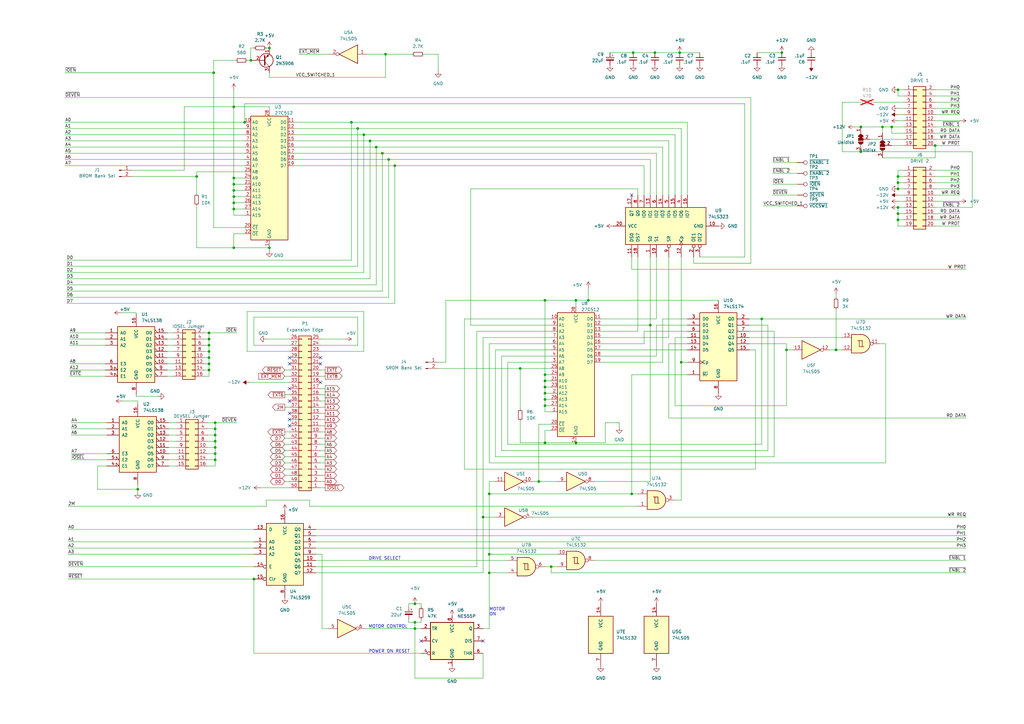
<source format=kicad_sch>
(kicad_sch
	(version 20250114)
	(generator "eeschema")
	(generator_version "9.0")
	(uuid "8d29f76a-632b-4d71-951f-82f85a7a70e9")
	(paper "A3")
	
	(text "DRIVE SELECT"
		(exclude_from_sim no)
		(at 151.13 229.87 0)
		(effects
			(font
				(size 1.27 1.27)
			)
			(justify left bottom)
		)
		(uuid "32096c80-1d98-4ed0-8b17-2c750151b76c")
	)
	(text "MOTOR CONTROL"
		(exclude_from_sim no)
		(at 151.13 257.81 0)
		(effects
			(font
				(size 1.27 1.27)
			)
			(justify left bottom)
		)
		(uuid "b6ef62f4-c465-4c3c-acae-af238f4f26b2")
	)
	(text "POWER ON RESET"
		(exclude_from_sim no)
		(at 151.13 267.97 0)
		(effects
			(font
				(size 1.27 1.27)
			)
			(justify left bottom)
		)
		(uuid "dc85ec82-107c-4516-8ee4-ef92570893f2")
	)
	(text "MOTOR\nON"
		(exclude_from_sim no)
		(at 200.66 252.73 0)
		(effects
			(font
				(size 1.27 1.27)
			)
			(justify left bottom)
		)
		(uuid "f1de4597-caac-4049-8722-f6b4249c5637")
	)
	(junction
		(at 110.49 101.6)
		(diameter 0)
		(color 0 0 0 0)
		(uuid "05c35608-664a-4ca0-a2cf-31b6dd200424")
	)
	(junction
		(at 223.52 156.21)
		(diameter 0)
		(color 0 0 0 0)
		(uuid "0879c555-36d5-4c97-9aed-43411da9ea34")
	)
	(junction
		(at 266.7 133.35)
		(diameter 0)
		(color 0 0 0 0)
		(uuid "0a7b412f-70cb-4bdd-ac90-37c18fe81247")
	)
	(junction
		(at 102.87 24.765)
		(diameter 0)
		(color 0 0 0 0)
		(uuid "0ba9ed8e-e999-4972-b176-08070152cb22")
	)
	(junction
		(at 85.725 149.225)
		(diameter 0)
		(color 0 0 0 0)
		(uuid "15605a0c-cf96-43bb-bf76-4c3d136378e6")
	)
	(junction
		(at 85.725 146.685)
		(diameter 0)
		(color 0 0 0 0)
		(uuid "1d4718a5-778a-4c3f-af8e-520b4e244b5b")
	)
	(junction
		(at 88.265 188.595)
		(diameter 0)
		(color 0 0 0 0)
		(uuid "1e542cfd-ea36-43ee-93f7-7150fc86a6b4")
	)
	(junction
		(at 365.76 52.07)
		(diameter 0)
		(color 0 0 0 0)
		(uuid "1e8fbe2b-8679-4f6a-aaab-41b5049b065b")
	)
	(junction
		(at 383.54 59.69)
		(diameter 0)
		(color 0 0 0 0)
		(uuid "1ea8a149-4aba-4853-bb4c-0394837ed622")
	)
	(junction
		(at 223.52 163.83)
		(diameter 0)
		(color 0 0 0 0)
		(uuid "1f6afc94-5427-44ba-ab5f-f21ca14d71ab")
	)
	(junction
		(at 200.66 227.33)
		(diameter 0)
		(color 0 0 0 0)
		(uuid "21deab9e-fe49-40f1-b271-ad9e3c1158a7")
	)
	(junction
		(at 88.265 173.355)
		(diameter 0)
		(color 0 0 0 0)
		(uuid "24448ccd-4e6b-4297-b1cd-b6b3f34a53d5")
	)
	(junction
		(at 223.52 161.29)
		(diameter 0)
		(color 0 0 0 0)
		(uuid "245bc0dd-2dc9-4f33-9560-45e6c9b400d0")
	)
	(junction
		(at 95.885 78.105)
		(diameter 0)
		(color 0 0 0 0)
		(uuid "25f08a18-5173-49a1-aa77-e63c3fb09d67")
	)
	(junction
		(at 100.33 50.165)
		(diameter 0)
		(color 0 0 0 0)
		(uuid "28fb8a3f-b729-4ea4-99d2-cd1ac9fbe931")
	)
	(junction
		(at 88.265 183.515)
		(diameter 0)
		(color 0 0 0 0)
		(uuid "2c34ae5a-d1be-4bcf-bebe-ffa670279c84")
	)
	(junction
		(at 158.115 22.225)
		(diameter 0)
		(color 0 0 0 0)
		(uuid "2de61a2d-59ef-4d7a-826c-d5174ad86c3e")
	)
	(junction
		(at 146.685 52.705)
		(diameter 0)
		(color 0 0 0 0)
		(uuid "30f5f225-0a6f-48a9-bb29-175458688e88")
	)
	(junction
		(at 223.52 153.67)
		(diameter 0)
		(color 0 0 0 0)
		(uuid "3b5798c4-1c2c-4a98-b765-79969f2e65cd")
	)
	(junction
		(at 88.265 180.975)
		(diameter 0)
		(color 0 0 0 0)
		(uuid "3cd3a86d-dd12-4db6-88c3-bb7512f569e8")
	)
	(junction
		(at 95.885 85.725)
		(diameter 0)
		(color 0 0 0 0)
		(uuid "3d15289f-6bd0-498d-9a91-a024047ae632")
	)
	(junction
		(at 268.605 21.59)
		(diameter 0)
		(color 0 0 0 0)
		(uuid "3dc49e25-d3e2-497d-bca1-dce6211dd479")
	)
	(junction
		(at 368.3 77.47)
		(diameter 0)
		(color 0 0 0 0)
		(uuid "40c57ef4-872a-4933-bfac-3fad98a7faeb")
	)
	(junction
		(at 95.885 73.025)
		(diameter 0)
		(color 0 0 0 0)
		(uuid "44338e21-f061-4f16-bddc-4b95d1200ff8")
	)
	(junction
		(at 56.515 200.66)
		(diameter 0)
		(color 0 0 0 0)
		(uuid "4474fbc5-95c0-46eb-be76-03f928b7ae21")
	)
	(junction
		(at 320.675 21.59)
		(diameter 0)
		(color 0 0 0 0)
		(uuid "463c12d8-e767-4dd8-97c0-cdb283823d10")
	)
	(junction
		(at 259.08 202.565)
		(diameter 0)
		(color 0 0 0 0)
		(uuid "4d1bf63f-0fa7-41aa-b85c-9f91e7e3a330")
	)
	(junction
		(at 278.765 21.59)
		(diameter 0)
		(color 0 0 0 0)
		(uuid "5050a3d7-cc2e-41dc-a3ff-0ef2e03614ae")
	)
	(junction
		(at 88.265 175.895)
		(diameter 0)
		(color 0 0 0 0)
		(uuid "528db227-f1ec-48a4-84f3-957e6a0e2945")
	)
	(junction
		(at 85.725 141.605)
		(diameter 0)
		(color 0 0 0 0)
		(uuid "567b4917-422e-4da3-896c-e3f1f7b69bc9")
	)
	(junction
		(at 368.3 36.83)
		(diameter 0)
		(color 0 0 0 0)
		(uuid "5d0ce87b-48fa-46aa-8a28-60ec56664695")
	)
	(junction
		(at 88.265 186.055)
		(diameter 0)
		(color 0 0 0 0)
		(uuid "5f72fc10-b556-4014-a2dc-4c1edea61bbb")
	)
	(junction
		(at 154.305 60.325)
		(diameter 0)
		(color 0 0 0 0)
		(uuid "69a5cb29-894a-4088-9123-a45b36745aad")
	)
	(junction
		(at 88.265 178.435)
		(diameter 0)
		(color 0 0 0 0)
		(uuid "6beb30db-72de-42e8-a0d7-1b562182385d")
	)
	(junction
		(at 220.98 197.485)
		(diameter 0)
		(color 0 0 0 0)
		(uuid "6c2f69b3-9b7c-434c-bb20-a6baea35c014")
	)
	(junction
		(at 104.14 237.49)
		(diameter 0)
		(color 0 0 0 0)
		(uuid "73b75c6b-0481-4c40-949d-c5403ad081db")
	)
	(junction
		(at 368.3 74.93)
		(diameter 0)
		(color 0 0 0 0)
		(uuid "786a55f6-f68a-4747-9143-eb9c21ad29f8")
	)
	(junction
		(at 161.925 67.945)
		(diameter 0)
		(color 0 0 0 0)
		(uuid "797db6ae-81a2-4e43-b4a3-1a961e3d2ce2")
	)
	(junction
		(at 151.765 57.785)
		(diameter 0)
		(color 0 0 0 0)
		(uuid "7b51218c-7899-428e-9d5a-d5cbdf48df8f")
	)
	(junction
		(at 159.385 65.405)
		(diameter 0)
		(color 0 0 0 0)
		(uuid "7fbb1f98-7376-4587-9074-f062416820d2")
	)
	(junction
		(at 241.3 123.19)
		(diameter 0)
		(color 0 0 0 0)
		(uuid "813bc9ac-6aff-4f98-8f32-f441000ea493")
	)
	(junction
		(at 95.885 83.185)
		(diameter 0)
		(color 0 0 0 0)
		(uuid "82e60a17-5192-47b0-809b-9d2b4e3e2a41")
	)
	(junction
		(at 85.725 136.525)
		(diameter 0)
		(color 0 0 0 0)
		(uuid "83915695-10b4-4375-96ca-404e57c38876")
	)
	(junction
		(at 144.145 50.165)
		(diameter 0)
		(color 0 0 0 0)
		(uuid "84cb6800-fdec-4336-9e0d-692f16a0e20e")
	)
	(junction
		(at 279.4 148.59)
		(diameter 0)
		(color 0 0 0 0)
		(uuid "87a0eb59-2dce-441c-9dd8-c0e92ab69b80")
	)
	(junction
		(at 198.12 212.09)
		(diameter 0)
		(color 0 0 0 0)
		(uuid "8e5d7652-5f57-4b05-a03e-7724a43fa613")
	)
	(junction
		(at 95.885 101.6)
		(diameter 0)
		(color 0 0 0 0)
		(uuid "8f5ebc58-e6f8-4787-8942-a1ec1418d1b7")
	)
	(junction
		(at 322.58 143.51)
		(diameter 0)
		(color 0 0 0 0)
		(uuid "9072744a-3983-4bde-8321-c7b4fbdcaee0")
	)
	(junction
		(at 170.18 257.81)
		(diameter 0)
		(color 0 0 0 0)
		(uuid "94683f4a-bad4-4ca4-aec8-1e76d7911546")
	)
	(junction
		(at 170.18 255.27)
		(diameter 0)
		(color 0 0 0 0)
		(uuid "9689360c-62f4-4ccd-928a-0354a8b12062")
	)
	(junction
		(at 170.18 247.65)
		(diameter 0)
		(color 0 0 0 0)
		(uuid "98f039f2-3a30-409f-8e2f-7f3bd469c43e")
	)
	(junction
		(at 368.3 72.39)
		(diameter 0)
		(color 0 0 0 0)
		(uuid "9a860088-5b1b-4997-b300-ff2cfa89e410")
	)
	(junction
		(at 80.645 72.39)
		(diameter 0)
		(color 0 0 0 0)
		(uuid "9c85b338-410e-4f21-85a1-16cc577a80f6")
	)
	(junction
		(at 223.52 181.61)
		(diameter 0)
		(color 0 0 0 0)
		(uuid "9fe2b187-bc45-4cca-a998-2f56a15f492e")
	)
	(junction
		(at 213.36 151.13)
		(diameter 0)
		(color 0 0 0 0)
		(uuid "a3fd1932-06aa-4647-b2d8-ad94fa969d00")
	)
	(junction
		(at 156.845 62.865)
		(diameter 0)
		(color 0 0 0 0)
		(uuid "a40c354b-9e3f-4183-952c-982ff222b866")
	)
	(junction
		(at 223.52 158.75)
		(diameter 0)
		(color 0 0 0 0)
		(uuid "a55a0779-c230-4e34-bb7b-f0f7788b5802")
	)
	(junction
		(at 85.725 139.065)
		(diameter 0)
		(color 0 0 0 0)
		(uuid "a83d4110-ac2d-4f84-be37-09b66f571eb9")
	)
	(junction
		(at 368.3 87.63)
		(diameter 0)
		(color 0 0 0 0)
		(uuid "a8b53387-bb5e-4160-878a-021b66310ef4")
	)
	(junction
		(at 95.885 80.645)
		(diameter 0)
		(color 0 0 0 0)
		(uuid "a8beffd9-87f8-453c-afce-3b5f62487bd7")
	)
	(junction
		(at 85.725 151.765)
		(diameter 0)
		(color 0 0 0 0)
		(uuid "b1fa9f39-1a4a-4822-9751-a1f130395fdb")
	)
	(junction
		(at 85.725 144.145)
		(diameter 0)
		(color 0 0 0 0)
		(uuid "b39130d2-2e46-4427-8a0f-d53c56f819d3")
	)
	(junction
		(at 200.66 202.565)
		(diameter 0)
		(color 0 0 0 0)
		(uuid "b3d6d337-68bb-4836-b7fe-89e885bcad7c")
	)
	(junction
		(at 368.3 85.09)
		(diameter 0)
		(color 0 0 0 0)
		(uuid "b6c465a5-bb87-454a-97c7-05467e0dccf6")
	)
	(junction
		(at 87.63 29.845)
		(diameter 0)
		(color 0 0 0 0)
		(uuid "b86adde4-e9f6-4cff-9214-7308b62f93b2")
	)
	(junction
		(at 200.66 234.95)
		(diameter 0)
		(color 0 0 0 0)
		(uuid "bf10109e-476a-4edb-af39-68c09c46d515")
	)
	(junction
		(at 149.225 55.245)
		(diameter 0)
		(color 0 0 0 0)
		(uuid "bf139f30-b47c-44ad-b650-ef3c6c14a974")
	)
	(junction
		(at 223.52 166.37)
		(diameter 0)
		(color 0 0 0 0)
		(uuid "cf82bfd1-c322-4834-8111-b1cc12dbb0c1")
	)
	(junction
		(at 353.06 52.07)
		(diameter 0)
		(color 0 0 0 0)
		(uuid "e148e5c5-24ad-4f9f-95ae-ac7f40a64813")
	)
	(junction
		(at 236.22 181.61)
		(diameter 0)
		(color 0 0 0 0)
		(uuid "e1ed6a2a-b089-4042-ae3a-4aafc9c776cd")
	)
	(junction
		(at 342.9 143.51)
		(diameter 0)
		(color 0 0 0 0)
		(uuid "e2416487-9682-4e25-b69e-39b86bcb6212")
	)
	(junction
		(at 223.52 123.19)
		(diameter 0)
		(color 0 0 0 0)
		(uuid "e44c4ffb-887d-4faa-822f-fe542d4a4c90")
	)
	(junction
		(at 236.22 123.19)
		(diameter 0)
		(color 0 0 0 0)
		(uuid "e7b57ddc-28e9-4fe3-beee-f7ac91049199")
	)
	(junction
		(at 368.3 90.17)
		(diameter 0)
		(color 0 0 0 0)
		(uuid "e842378a-2f4b-489f-9cb1-df531ab6638b")
	)
	(junction
		(at 312.42 130.81)
		(diameter 0)
		(color 0 0 0 0)
		(uuid "ec467555-1589-4c66-b85c-290dc8c684e7")
	)
	(junction
		(at 95.885 43.815)
		(diameter 0)
		(color 0 0 0 0)
		(uuid "ec4ee92f-b995-4c82-a511-8424fb0c79b2")
	)
	(junction
		(at 110.49 19.685)
		(diameter 0)
		(color 0 0 0 0)
		(uuid "ed715a72-5a70-4e8f-b840-137e6099d87c")
	)
	(junction
		(at 226.06 232.41)
		(diameter 0)
		(color 0 0 0 0)
		(uuid "f7d6edbc-0cf0-400c-bdd8-390463e62a6f")
	)
	(junction
		(at 361.95 52.07)
		(diameter 0)
		(color 0 0 0 0)
		(uuid "f866dbb5-de03-4d6d-a840-f4944249ed73")
	)
	(junction
		(at 95.885 75.565)
		(diameter 0)
		(color 0 0 0 0)
		(uuid "fc92d096-10d0-42f8-9ddf-df80125b38cd")
	)
	(junction
		(at 259.715 21.59)
		(diameter 0)
		(color 0 0 0 0)
		(uuid "fe287263-7782-408f-9055-5294e8efa29c")
	)
	(junction
		(at 353.06 62.23)
		(diameter 0)
		(color 0 0 0 0)
		(uuid "fe2cb73c-c9d3-40ab-a3af-645fc2e660d9")
	)
	(no_connect
		(at 131.445 146.685)
		(uuid "09cb5ca2-f037-4767-bd4d-094c054413ca")
	)
	(no_connect
		(at 118.745 149.225)
		(uuid "0c808b20-1ba0-487f-bde6-631fcdf86992")
	)
	(no_connect
		(at 172.72 262.89)
		(uuid "24ce83df-adc7-49b1-8de5-59140a6a241c")
	)
	(no_connect
		(at 259.08 80.01)
		(uuid "3801ac87-4c62-4d90-bb89-bd02a827a7a2")
	)
	(no_connect
		(at 118.745 172.085)
		(uuid "3df9b39c-f7bd-4e28-98f6-f2a8b555dccf")
	)
	(no_connect
		(at 118.745 169.545)
		(uuid "5ea4b0f4-536a-4279-ac4c-04203f194641")
	)
	(no_connect
		(at 131.445 149.225)
		(uuid "74c89753-aa43-46ac-82d6-f1c8035f7dc9")
	)
	(no_connect
		(at 198.12 262.89)
		(uuid "76bde493-9706-455b-a7ea-a279cace855f")
	)
	(no_connect
		(at 118.745 164.465)
		(uuid "7f40a9b2-6015-430a-bf2e-e9397fb5675f")
	)
	(no_connect
		(at 118.745 146.685)
		(uuid "845f3c28-3ea3-4169-9f2b-9dd6d4e7a7f3")
	)
	(no_connect
		(at 131.445 156.845)
		(uuid "a65c5215-f32e-4281-a70d-d2e04994f325")
	)
	(no_connect
		(at 118.745 174.625)
		(uuid "cc97dbf1-a437-4548-ac8f-50dfd2b59e4a")
	)
	(no_connect
		(at 118.745 159.385)
		(uuid "dfa21c67-ce2b-471f-aa3e-6773bee1e862")
	)
	(wire
		(pts
			(xy 322.58 140.97) (xy 322.58 143.51)
		)
		(stroke
			(width 0)
			(type default)
		)
		(uuid "002fd2d7-be66-4a87-8e49-65dcdd3be486")
	)
	(wire
		(pts
			(xy 248.285 181.61) (xy 248.285 173.355)
		)
		(stroke
			(width 0)
			(type default)
		)
		(uuid "003a73d5-bba8-4f69-b405-e7bae5f6934b")
	)
	(wire
		(pts
			(xy 383.54 64.77) (xy 383.54 59.69)
		)
		(stroke
			(width 0)
			(type default)
		)
		(uuid "005520ab-aa54-434d-95d0-10b1cd21ee1c")
	)
	(wire
		(pts
			(xy 85.725 136.525) (xy 85.725 139.065)
		)
		(stroke
			(width 0)
			(type default)
		)
		(uuid "00a94d22-003f-40ec-845f-c4453633bc53")
	)
	(wire
		(pts
			(xy 56.515 198.755) (xy 56.515 200.66)
		)
		(stroke
			(width 0)
			(type default)
		)
		(uuid "010d2632-ed4a-42a1-88c1-728d0e602dd6")
	)
	(wire
		(pts
			(xy 110.49 102.87) (xy 110.49 101.6)
		)
		(stroke
			(width 0)
			(type default)
		)
		(uuid "0185753a-a588-46cb-9bd2-7d92b7488512")
	)
	(wire
		(pts
			(xy 223.52 161.29) (xy 223.52 163.83)
		)
		(stroke
			(width 0)
			(type default)
		)
		(uuid "01ba4be6-9e75-4304-ab82-859249ee68f2")
	)
	(wire
		(pts
			(xy 193.04 77.47) (xy 193.04 133.35)
		)
		(stroke
			(width 0)
			(type default)
		)
		(uuid "01cfb3cc-45cf-4443-824a-1ca7d2dfc72d")
	)
	(wire
		(pts
			(xy 179.705 151.13) (xy 213.36 151.13)
		)
		(stroke
			(width 0)
			(type default)
		)
		(uuid "01d83745-668f-4543-9cc1-4a77d118a2b3")
	)
	(wire
		(pts
			(xy 170.18 257.81) (xy 172.72 257.81)
		)
		(stroke
			(width 0)
			(type default)
		)
		(uuid "02da0d16-3d12-46a4-9bc8-dac4689f99fc")
	)
	(wire
		(pts
			(xy 28.575 139.065) (xy 43.18 139.065)
		)
		(stroke
			(width 0)
			(type default)
		)
		(uuid "0372d352-2b15-4522-a99d-9b308d4b21f3")
	)
	(wire
		(pts
			(xy 236.22 123.19) (xy 236.22 125.73)
		)
		(stroke
			(width 0)
			(type default)
		)
		(uuid "03d3d3d3-e776-4c5d-a5f8-483f41545fa0")
	)
	(wire
		(pts
			(xy 276.86 55.245) (xy 276.86 80.01)
		)
		(stroke
			(width 0)
			(type default)
		)
		(uuid "040f556c-b731-474e-ba57-fe04d7580ff1")
	)
	(wire
		(pts
			(xy 203.2 187.325) (xy 317.5 187.325)
		)
		(stroke
			(width 0)
			(type default)
		)
		(uuid "0553e7ea-1d50-48ac-ac36-3cd63cd9aeea")
	)
	(wire
		(pts
			(xy 368.3 74.93) (xy 368.3 77.47)
		)
		(stroke
			(width 0)
			(type default)
		)
		(uuid "05fc52a7-2bcc-4649-8376-4c214b84bb97")
	)
	(wire
		(pts
			(xy 327.025 71.12) (xy 316.865 71.12)
		)
		(stroke
			(width 0)
			(type default)
		)
		(uuid "06554c61-3879-42e7-bf14-88ec2b2f2cc4")
	)
	(wire
		(pts
			(xy 83.82 141.605) (xy 85.725 141.605)
		)
		(stroke
			(width 0)
			(type default)
		)
		(uuid "069b6b70-2781-406e-a655-e9752625b982")
	)
	(wire
		(pts
			(xy 104.14 130.048) (xy 104.14 141.605)
		)
		(stroke
			(width 0)
			(type default)
		)
		(uuid "07f2b615-5605-464c-80d8-11014832cdd0")
	)
	(wire
		(pts
			(xy 158.115 31.75) (xy 158.115 22.225)
		)
		(stroke
			(width 0)
			(type default)
		)
		(uuid "07f86f79-4086-4875-8ceb-b9ee61abd8d7")
	)
	(wire
		(pts
			(xy 129.54 229.87) (xy 208.28 229.87)
		)
		(stroke
			(width 0)
			(type default)
		)
		(uuid "07f89384-a348-4bbf-a28a-b33c80b0b3ed")
	)
	(wire
		(pts
			(xy 236.22 181.61) (xy 223.52 181.61)
		)
		(stroke
			(width 0)
			(type default)
		)
		(uuid "0823ec80-9f4f-4636-8f6b-e201415c7393")
	)
	(wire
		(pts
			(xy 383.54 90.17) (xy 393.7 90.17)
		)
		(stroke
			(width 0)
			(type default)
		)
		(uuid "08362519-b1e4-4590-b4b6-c24b3a2cf7bb")
	)
	(wire
		(pts
			(xy 190.5 192.405) (xy 309.88 192.405)
		)
		(stroke
			(width 0)
			(type default)
		)
		(uuid "0a546a50-d10e-4e34-9f3b-20da1ac81caa")
	)
	(wire
		(pts
			(xy 226.06 234.95) (xy 396.24 234.95)
		)
		(stroke
			(width 0)
			(type default)
		)
		(uuid "0ae6ec9f-c2d0-41a1-90f4-0b58ed9f7c02")
	)
	(wire
		(pts
			(xy 120.65 60.325) (xy 154.305 60.325)
		)
		(stroke
			(width 0)
			(type default)
		)
		(uuid "0b9926af-65cd-4ea2-9312-fe7c9913ce8e")
	)
	(wire
		(pts
			(xy 83.82 144.145) (xy 85.725 144.145)
		)
		(stroke
			(width 0)
			(type default)
		)
		(uuid "0be18984-773f-49ef-a1ef-0ae3e40ae114")
	)
	(wire
		(pts
			(xy 172.72 247.65) (xy 172.72 248.92)
		)
		(stroke
			(width 0)
			(type default)
		)
		(uuid "0c5d24ae-baf9-4661-9db5-5926b2ac1d6b")
	)
	(wire
		(pts
			(xy 246.38 133.35) (xy 266.7 133.35)
		)
		(stroke
			(width 0)
			(type default)
		)
		(uuid "0c7cadb5-6da1-4221-83d0-f0170aff118f")
	)
	(wire
		(pts
			(xy 131.445 189.865) (xy 133.35 189.865)
		)
		(stroke
			(width 0)
			(type default)
		)
		(uuid "0cd9d382-dd16-4687-ae20-27db55c4969f")
	)
	(wire
		(pts
			(xy 278.765 21.59) (xy 268.605 21.59)
		)
		(stroke
			(width 0)
			(type default)
		)
		(uuid "0eb99482-694f-4ff1-89fa-58ae1322d661")
	)
	(wire
		(pts
			(xy 95.885 83.185) (xy 95.885 85.725)
		)
		(stroke
			(width 0)
			(type default)
		)
		(uuid "0ee42175-0922-4fb8-8624-c0ef2f28e750")
	)
	(wire
		(pts
			(xy 29.21 178.435) (xy 43.815 178.435)
		)
		(stroke
			(width 0)
			(type default)
		)
		(uuid "0eeabcd7-348c-496c-bf89-9efee8011e76")
	)
	(wire
		(pts
			(xy 75.565 43.815) (xy 75.565 69.85)
		)
		(stroke
			(width 0)
			(type default)
		)
		(uuid "0f6a6bb9-658a-4cc8-aaab-2f8456bff783")
	)
	(wire
		(pts
			(xy 131.445 161.925) (xy 133.35 161.925)
		)
		(stroke
			(width 0)
			(type default)
		)
		(uuid "11530c3b-e92a-4222-8587-26beff227523")
	)
	(wire
		(pts
			(xy 223.52 156.21) (xy 226.06 156.21)
		)
		(stroke
			(width 0)
			(type default)
		)
		(uuid "11aec3cf-6786-4b61-9abd-5102df521d8b")
	)
	(wire
		(pts
			(xy 85.725 149.225) (xy 85.725 151.765)
		)
		(stroke
			(width 0)
			(type default)
		)
		(uuid "11dd4137-c665-4866-85ed-f9fe8e15cd9c")
	)
	(wire
		(pts
			(xy 146.685 130.048) (xy 104.14 130.048)
		)
		(stroke
			(width 0)
			(type default)
		)
		(uuid "12ae0546-56ce-4946-ae78-a3f728f0fec8")
	)
	(wire
		(pts
			(xy 223.52 166.37) (xy 226.06 166.37)
		)
		(stroke
			(width 0)
			(type default)
		)
		(uuid "146549e8-1fcd-4d37-bd27-c60fa48989bf")
	)
	(wire
		(pts
			(xy 129.54 219.71) (xy 396.24 219.71)
		)
		(stroke
			(width 0)
			(type default)
		)
		(uuid "1509c567-c73b-47f2-8d0f-5f03d2c921cd")
	)
	(wire
		(pts
			(xy 101.346 144.145) (xy 118.745 144.145)
		)
		(stroke
			(width 0)
			(type default)
		)
		(uuid "151c7a5c-1632-4466-9a42-660310eb7d64")
	)
	(wire
		(pts
			(xy 116.84 167.005) (xy 118.745 167.005)
		)
		(stroke
			(width 0)
			(type default)
		)
		(uuid "15b9b2c6-c334-4e36-8e4f-94f73fcd7630")
	)
	(wire
		(pts
			(xy 131.445 154.305) (xy 133.35 154.305)
		)
		(stroke
			(width 0)
			(type default)
		)
		(uuid "16401bde-830b-4199-83e6-9779a594a4d2")
	)
	(wire
		(pts
			(xy 116.84 192.405) (xy 118.745 192.405)
		)
		(stroke
			(width 0)
			(type default)
		)
		(uuid "17982d4b-6e11-43bc-b285-ce88a4c766c4")
	)
	(wire
		(pts
			(xy 149.225 55.245) (xy 149.225 111.76)
		)
		(stroke
			(width 0)
			(type default)
		)
		(uuid "188d085c-7dae-4530-bce0-1bd1ae787617")
	)
	(wire
		(pts
			(xy 27.305 109.22) (xy 146.685 109.22)
		)
		(stroke
			(width 0)
			(type default)
		)
		(uuid "18bb29e6-bd56-4695-9c90-9d4b55326793")
	)
	(wire
		(pts
			(xy 95.885 80.645) (xy 100.33 80.645)
		)
		(stroke
			(width 0)
			(type default)
		)
		(uuid "18cd97b8-567e-461a-a569-6d9b12001701")
	)
	(wire
		(pts
			(xy 161.925 67.945) (xy 161.925 124.46)
		)
		(stroke
			(width 0)
			(type default)
		)
		(uuid "19500551-9ab5-4760-9805-a118fda9c985")
	)
	(wire
		(pts
			(xy 305.435 105.41) (xy 287.02 105.41)
		)
		(stroke
			(width 0)
			(type default)
		)
		(uuid "1b90a748-4469-4403-b368-76126115304b")
	)
	(wire
		(pts
			(xy 131.445 187.325) (xy 133.35 187.325)
		)
		(stroke
			(width 0)
			(type default)
		)
		(uuid "1bdb2ec4-0b54-486d-ab8a-3a3cf73fc46f")
	)
	(wire
		(pts
			(xy 383.54 87.63) (xy 393.7 87.63)
		)
		(stroke
			(width 0)
			(type default)
		)
		(uuid "1be80b5c-5e71-4a4a-961c-b34579570a79")
	)
	(wire
		(pts
			(xy 144.145 50.165) (xy 281.94 50.165)
		)
		(stroke
			(width 0)
			(type default)
		)
		(uuid "1c9db634-753f-4221-a5bc-7ad4208eb554")
	)
	(wire
		(pts
			(xy 129.54 224.79) (xy 396.24 224.79)
		)
		(stroke
			(width 0)
			(type default)
		)
		(uuid "1cab1c13-e5e2-44d6-8611-199df41cc51a")
	)
	(wire
		(pts
			(xy 223.52 161.29) (xy 226.06 161.29)
		)
		(stroke
			(width 0)
			(type default)
		)
		(uuid "1cb61f41-3d1c-4dff-9479-62fab2287e26")
	)
	(wire
		(pts
			(xy 383.54 77.47) (xy 393.7 77.47)
		)
		(stroke
			(width 0)
			(type default)
		)
		(uuid "1d496e3c-d9a8-486f-a410-c99bf08bd807")
	)
	(wire
		(pts
			(xy 361.95 52.07) (xy 365.76 52.07)
		)
		(stroke
			(width 0)
			(type default)
		)
		(uuid "1dda161e-260d-4726-85f3-e91e571d654a")
	)
	(wire
		(pts
			(xy 198.12 138.43) (xy 198.12 212.09)
		)
		(stroke
			(width 0)
			(type default)
		)
		(uuid "1e9b3331-6e4c-425f-bd5b-40abfe37006d")
	)
	(wire
		(pts
			(xy 159.385 65.405) (xy 159.385 121.92)
		)
		(stroke
			(width 0)
			(type default)
		)
		(uuid "1eb92119-727b-45ae-afe1-c32360d66c60")
	)
	(wire
		(pts
			(xy 213.36 172.72) (xy 213.36 181.61)
		)
		(stroke
			(width 0)
			(type default)
		)
		(uuid "1f047f7a-4f58-483c-a838-16e33a170444")
	)
	(wire
		(pts
			(xy 236.22 123.19) (xy 241.3 123.19)
		)
		(stroke
			(width 0)
			(type default)
		)
		(uuid "1f822886-b150-4786-b463-4be39e03903a")
	)
	(wire
		(pts
			(xy 383.54 85.09) (xy 398.78 85.09)
		)
		(stroke
			(width 0)
			(type default)
		)
		(uuid "1fe2f8af-ca13-49d2-b540-1d676020e7bd")
	)
	(wire
		(pts
			(xy 149.225 144.145) (xy 149.225 127.762)
		)
		(stroke
			(width 0)
			(type default)
		)
		(uuid "203d27a7-ebba-4d12-badd-bc5fc73a868a")
	)
	(wire
		(pts
			(xy 95.885 101.6) (xy 80.645 101.6)
		)
		(stroke
			(width 0)
			(type default)
		)
		(uuid "204e05df-26b4-4276-bf7a-8eea107c2c98")
	)
	(wire
		(pts
			(xy 146.685 52.705) (xy 279.4 52.705)
		)
		(stroke
			(width 0)
			(type default)
		)
		(uuid "206dcf71-bf16-4891-9f5e-88ec4e245610")
	)
	(wire
		(pts
			(xy 320.675 21.59) (xy 310.515 21.59)
		)
		(stroke
			(width 0)
			(type default)
		)
		(uuid "20b6a1e8-b9fb-42eb-aebb-c1936f2291ce")
	)
	(wire
		(pts
			(xy 68.58 146.685) (xy 71.12 146.685)
		)
		(stroke
			(width 0)
			(type default)
		)
		(uuid "226991fb-ca2b-48ff-8520-0a29fe7d9306")
	)
	(wire
		(pts
			(xy 350.52 52.07) (xy 353.06 52.07)
		)
		(stroke
			(width 0)
			(type default)
		)
		(uuid "22875feb-91b0-472b-8b00-e74ac9893d1e")
	)
	(wire
		(pts
			(xy 269.24 62.865) (xy 269.24 80.01)
		)
		(stroke
			(width 0)
			(type default)
		)
		(uuid "2375a23b-508c-4bd3-8e4f-5aebe6b07800")
	)
	(wire
		(pts
			(xy 80.645 72.39) (xy 80.645 70.485)
		)
		(stroke
			(width 0)
			(type default)
		)
		(uuid "23955a25-f4da-497a-b473-c0e5f5f270aa")
	)
	(wire
		(pts
			(xy 182.88 123.19) (xy 182.88 148.59)
		)
		(stroke
			(width 0)
			(type default)
		)
		(uuid "2398833d-04b7-452d-ba6b-d7e4fe02f403")
	)
	(wire
		(pts
			(xy 274.32 105.41) (xy 274.32 138.43)
		)
		(stroke
			(width 0)
			(type default)
		)
		(uuid "23cc4ae3-9b03-40bb-82e0-23fc4d40ea5f")
	)
	(wire
		(pts
			(xy 29.21 173.355) (xy 43.815 173.355)
		)
		(stroke
			(width 0)
			(type default)
		)
		(uuid "23d03d7f-3fa3-4262-94ef-c7d67723f473")
	)
	(wire
		(pts
			(xy 363.22 189.865) (xy 363.22 140.97)
		)
		(stroke
			(width 0)
			(type default)
		)
		(uuid "24bfe3c6-60e2-4a78-bb62-924392218143")
	)
	(wire
		(pts
			(xy 131.445 179.705) (xy 133.35 179.705)
		)
		(stroke
			(width 0)
			(type default)
		)
		(uuid "25d35aca-2b44-482d-a9c6-cd18913cbaf2")
	)
	(wire
		(pts
			(xy 317.5 187.325) (xy 317.5 135.89)
		)
		(stroke
			(width 0)
			(type default)
		)
		(uuid "26bfe3d7-2568-4e2f-8999-9e95f79e347d")
	)
	(wire
		(pts
			(xy 85.09 173.355) (xy 88.265 173.355)
		)
		(stroke
			(width 0)
			(type default)
		)
		(uuid "27b53377-6b90-493b-b895-b0fcefdc409c")
	)
	(wire
		(pts
			(xy 55.88 162.56) (xy 55.88 161.925)
		)
		(stroke
			(width 0)
			(type default)
		)
		(uuid "285627d0-acc1-4cd2-89a3-1af34c724ae4")
	)
	(wire
		(pts
			(xy 259.715 21.59) (xy 268.605 21.59)
		)
		(stroke
			(width 0)
			(type default)
		)
		(uuid "28ee4499-e07b-43fb-bdd3-59c6b0292bd3")
	)
	(wire
		(pts
			(xy 27.94 207.645) (xy 109.22 207.645)
		)
		(stroke
			(width 0)
			(type default)
		)
		(uuid "29c06ac6-9c42-4ff5-bb25-48d0c8388580")
	)
	(wire
		(pts
			(xy 170.18 278.13) (xy 170.18 257.81)
		)
		(stroke
			(width 0)
			(type default)
		)
		(uuid "2a298268-8c25-4a45-ac9c-e4dea7c4f57f")
	)
	(wire
		(pts
			(xy 100.33 42.545) (xy 100.33 50.165)
		)
		(stroke
			(width 0)
			(type default)
		)
		(uuid "2a2a7cf9-e7e9-47ed-92d0-ed0421f9cb4d")
	)
	(wire
		(pts
			(xy 131.445 174.625) (xy 133.35 174.625)
		)
		(stroke
			(width 0)
			(type default)
		)
		(uuid "2ab04268-d2c1-443d-9da8-f95d2b922db2")
	)
	(wire
		(pts
			(xy 53.975 72.39) (xy 80.645 72.39)
		)
		(stroke
			(width 0)
			(type default)
		)
		(uuid "2b5a2f12-d2ee-4114-84b5-06e37c3a525f")
	)
	(wire
		(pts
			(xy 342.9 127) (xy 342.9 143.51)
		)
		(stroke
			(width 0)
			(type default)
		)
		(uuid "2ba5ec4f-a8db-4682-b3f7-54096fceba9a")
	)
	(wire
		(pts
			(xy 243.84 197.485) (xy 266.7 197.485)
		)
		(stroke
			(width 0)
			(type default)
		)
		(uuid "2c16da2e-69d4-4190-802f-fbd3cd59c96a")
	)
	(wire
		(pts
			(xy 129.54 234.95) (xy 198.12 234.95)
		)
		(stroke
			(width 0)
			(type default)
		)
		(uuid "2c8f55da-067b-4d3b-820e-5c0a11e5c7ab")
	)
	(wire
		(pts
			(xy 266.7 65.405) (xy 266.7 80.01)
		)
		(stroke
			(width 0)
			(type default)
		)
		(uuid "2c9b0c63-46b3-42f9-8c9e-6a34c099e00c")
	)
	(wire
		(pts
			(xy 190.5 130.81) (xy 226.06 130.81)
		)
		(stroke
			(width 0)
			(type default)
		)
		(uuid "2c9b1e05-123b-4754-adb2-bc98e3bb0e97")
	)
	(wire
		(pts
			(xy 27.305 106.68) (xy 144.145 106.68)
		)
		(stroke
			(width 0)
			(type default)
		)
		(uuid "2cbe804e-fa9f-40b7-8273-4e50a6d4c6f4")
	)
	(wire
		(pts
			(xy 27.305 111.76) (xy 149.225 111.76)
		)
		(stroke
			(width 0)
			(type default)
		)
		(uuid "2cc0634a-2688-4834-ae28-e2595dafd825")
	)
	(wire
		(pts
			(xy 200.66 227.33) (xy 200.66 234.95)
		)
		(stroke
			(width 0)
			(type default)
		)
		(uuid "2cc630b5-2500-4fa2-886f-ccf6a7ba2fa0")
	)
	(wire
		(pts
			(xy 102.87 19.685) (xy 104.14 19.685)
		)
		(stroke
			(width 0)
			(type default)
		)
		(uuid "2d232f74-4aba-4ea5-94ec-b0a706ad1466")
	)
	(wire
		(pts
			(xy 95.885 83.185) (xy 100.33 83.185)
		)
		(stroke
			(width 0)
			(type default)
		)
		(uuid "2d35af53-f4dc-4d5f-894d-cb4d07b6d7c6")
	)
	(wire
		(pts
			(xy 83.82 154.305) (xy 85.725 154.305)
		)
		(stroke
			(width 0)
			(type default)
		)
		(uuid "2e1afdfd-04a4-4a81-86fa-5d91ad3a5d78")
	)
	(wire
		(pts
			(xy 116.84 182.245) (xy 118.745 182.245)
		)
		(stroke
			(width 0)
			(type default)
		)
		(uuid "2f250031-cd09-4dcd-a85f-5ef9ad5a6c05")
	)
	(wire
		(pts
			(xy 383.54 41.91) (xy 393.7 41.91)
		)
		(stroke
			(width 0)
			(type default)
		)
		(uuid "2f6019e0-a517-4718-a181-073367eb84ab")
	)
	(wire
		(pts
			(xy 200.66 140.97) (xy 200.66 189.865)
		)
		(stroke
			(width 0)
			(type default)
		)
		(uuid "2fb296b0-6096-4c7a-85c9-e6a15a41ef1a")
	)
	(wire
		(pts
			(xy 95.885 75.565) (xy 95.885 78.105)
		)
		(stroke
			(width 0)
			(type default)
		)
		(uuid "30403b14-9def-435c-bd6f-a85844ce71df")
	)
	(wire
		(pts
			(xy 27.305 124.46) (xy 161.925 124.46)
		)
		(stroke
			(width 0)
			(type default)
		)
		(uuid "30d6aadb-d508-4cae-a200-774e606bbfa1")
	)
	(wire
		(pts
			(xy 261.62 105.41) (xy 261.62 135.89)
		)
		(stroke
			(width 0)
			(type default)
		)
		(uuid "31d27f1b-b8bd-4e3f-b671-71b0b22ff6ff")
	)
	(wire
		(pts
			(xy 28.575 136.525) (xy 43.18 136.525)
		)
		(stroke
			(width 0)
			(type default)
		)
		(uuid "32ebe881-783b-4267-a979-85a0df767077")
	)
	(wire
		(pts
			(xy 200.66 189.865) (xy 363.22 189.865)
		)
		(stroke
			(width 0)
			(type default)
		)
		(uuid "34df1aa3-641f-4d1c-aae0-195b7c53ff43")
	)
	(wire
		(pts
			(xy 307.34 135.89) (xy 317.5 135.89)
		)
		(stroke
			(width 0)
			(type default)
		)
		(uuid "353ea4d8-3abc-48c0-990c-e9d2b9121467")
	)
	(wire
		(pts
			(xy 281.94 50.165) (xy 281.94 80.01)
		)
		(stroke
			(width 0)
			(type default)
		)
		(uuid "355d96a7-b863-431a-a668-481b97175e85")
	)
	(wire
		(pts
			(xy 131.445 192.405) (xy 133.35 192.405)
		)
		(stroke
			(width 0)
			(type default)
		)
		(uuid "35ee101e-87d7-4b57-ab93-1eb6551f657b")
	)
	(wire
		(pts
			(xy 80.645 84.455) (xy 80.645 101.6)
		)
		(stroke
			(width 0)
			(type default)
		)
		(uuid "3602f1c3-a297-477e-8d41-723debe510c7")
	)
	(wire
		(pts
			(xy 131.445 200.025) (xy 133.35 200.025)
		)
		(stroke
			(width 0)
			(type default)
		)
		(uuid "36320a72-48da-4e36-8f3e-297e7299917f")
	)
	(wire
		(pts
			(xy 27.94 217.17) (xy 104.14 217.17)
		)
		(stroke
			(width 0)
			(type default)
		)
		(uuid "369901b2-1923-434e-a616-68211a0c0ce3")
	)
	(wire
		(pts
			(xy 342.9 120.65) (xy 342.9 121.92)
		)
		(stroke
			(width 0)
			(type default)
		)
		(uuid "39504826-2165-4a11-aa9c-8dbb2537af7f")
	)
	(wire
		(pts
			(xy 49.53 128.27) (xy 55.88 128.27)
		)
		(stroke
			(width 0)
			(type default)
		)
		(uuid "3ab9f7fa-bb85-4bd9-a0b9-1a628caa4860")
	)
	(wire
		(pts
			(xy 167.64 247.65) (xy 170.18 247.65)
		)
		(stroke
			(width 0)
			(type default)
		)
		(uuid "3d57f0a0-b1c2-4787-ae65-480f4bd3f77f")
	)
	(wire
		(pts
			(xy 368.3 69.85) (xy 368.3 72.39)
		)
		(stroke
			(width 0)
			(type default)
		)
		(uuid "3d95c92d-78c7-41b6-8e43-8b3d8ab38152")
	)
	(wire
		(pts
			(xy 383.54 52.07) (xy 393.7 52.07)
		)
		(stroke
			(width 0)
			(type default)
		)
		(uuid "3ec79136-0629-45f8-b356-c72f40a2e69d")
	)
	(wire
		(pts
			(xy 218.44 197.485) (xy 220.98 197.485)
		)
		(stroke
			(width 0)
			(type default)
		)
		(uuid "3ef97970-f9aa-4dc6-890a-33e0c998d573")
	)
	(wire
		(pts
			(xy 243.84 229.87) (xy 396.24 229.87)
		)
		(stroke
			(width 0)
			(type default)
		)
		(uuid "3f141edf-b1b7-4c25-823b-bfa03f422569")
	)
	(wire
		(pts
			(xy 259.08 202.565) (xy 261.62 202.565)
		)
		(stroke
			(width 0)
			(type default)
		)
		(uuid "3fa16c28-6be2-4e36-9bc7-2cd17d08b4ad")
	)
	(wire
		(pts
			(xy 95.885 85.725) (xy 95.885 88.265)
		)
		(stroke
			(width 0)
			(type default)
		)
		(uuid "3facc87a-ce1e-47ac-b4be-1cdec47aa07f")
	)
	(wire
		(pts
			(xy 383.54 44.45) (xy 393.7 44.45)
		)
		(stroke
			(width 0)
			(type default)
		)
		(uuid "3feed079-8bc6-4d67-ab7d-8e4a65739e53")
	)
	(wire
		(pts
			(xy 43.815 191.135) (xy 40.005 191.135)
		)
		(stroke
			(width 0)
			(type default)
		)
		(uuid "3fff86d1-0215-40f2-b4f5-1d9d13e46f2d")
	)
	(wire
		(pts
			(xy 26.67 62.865) (xy 100.33 62.865)
		)
		(stroke
			(width 0)
			(type default)
		)
		(uuid "4019359a-3bb6-4c73-be9d-69368d44296d")
	)
	(wire
		(pts
			(xy 363.22 140.97) (xy 360.68 140.97)
		)
		(stroke
			(width 0)
			(type default)
		)
		(uuid "4073090a-4063-48ca-bfd0-7b0959a55051")
	)
	(wire
		(pts
			(xy 261.62 77.47) (xy 261.62 80.01)
		)
		(stroke
			(width 0)
			(type default)
		)
		(uuid "40a91ace-baf0-4028-b422-59ec3ca66b70")
	)
	(wire
		(pts
			(xy 223.52 123.19) (xy 236.22 123.19)
		)
		(stroke
			(width 0)
			(type default)
		)
		(uuid "40b37fdc-49cf-470d-801c-1a777e9b0e0e")
	)
	(wire
		(pts
			(xy 327.025 75.565) (xy 316.865 75.565)
		)
		(stroke
			(width 0)
			(type default)
		)
		(uuid "410561d1-7435-4b5b-8dfb-088b001c6fe5")
	)
	(wire
		(pts
			(xy 368.3 49.53) (xy 370.84 49.53)
		)
		(stroke
			(width 0)
			(type default)
		)
		(uuid "41060587-c2d8-4e8f-a01c-928ff4b0ca66")
	)
	(wire
		(pts
			(xy 208.28 148.59) (xy 226.06 148.59)
		)
		(stroke
			(width 0)
			(type default)
		)
		(uuid "413955d3-54ef-4cef-a747-15446cda4e53")
	)
	(wire
		(pts
			(xy 156.845 62.865) (xy 156.845 119.38)
		)
		(stroke
			(width 0)
			(type default)
		)
		(uuid "42282eba-76d3-4680-9acd-29a7910d6f92")
	)
	(wire
		(pts
			(xy 85.09 188.595) (xy 88.265 188.595)
		)
		(stroke
			(width 0)
			(type default)
		)
		(uuid "43c33852-1f67-4bb5-9440-75bf4abec522")
	)
	(wire
		(pts
			(xy 223.52 181.61) (xy 223.52 176.53)
		)
		(stroke
			(width 0)
			(type default)
		)
		(uuid "44c039d4-f085-49cd-a110-1f3238b09e54")
	)
	(wire
		(pts
			(xy 220.98 173.99) (xy 226.06 173.99)
		)
		(stroke
			(width 0)
			(type default)
		)
		(uuid "460ddc7c-014e-454b-a96a-299dbf13db24")
	)
	(wire
		(pts
			(xy 226.06 135.89) (xy 195.58 135.89)
		)
		(stroke
			(width 0)
			(type default)
		)
		(uuid "465934ab-66ff-47fc-819e-58114d99ea9d")
	)
	(wire
		(pts
			(xy 28.575 141.605) (xy 43.18 141.605)
		)
		(stroke
			(width 0)
			(type default)
		)
		(uuid "490d48b1-f053-4697-8c4f-7354f1c4942b")
	)
	(wire
		(pts
			(xy 200.66 227.33) (xy 228.6 227.33)
		)
		(stroke
			(width 0)
			(type default)
		)
		(uuid "49bb305e-3022-453e-9d2d-8ba74eb866d4")
	)
	(wire
		(pts
			(xy 120.65 65.405) (xy 159.385 65.405)
		)
		(stroke
			(width 0)
			(type default)
		)
		(uuid "4a7a3df5-faa0-4584-a24d-1e962d801590")
	)
	(wire
		(pts
			(xy 246.38 138.43) (xy 274.32 138.43)
		)
		(stroke
			(width 0)
			(type default)
		)
		(uuid "4b585418-42cb-4130-9dc1-e19780fdbeff")
	)
	(wire
		(pts
			(xy 40.005 200.66) (xy 56.515 200.66)
		)
		(stroke
			(width 0)
			(type default)
		)
		(uuid "4b72144a-2762-4bc0-934e-9ff21d760d4b")
	)
	(wire
		(pts
			(xy 95.885 80.645) (xy 95.885 83.185)
		)
		(stroke
			(width 0)
			(type default)
		)
		(uuid "4c009b05-d5d4-4d36-a889-932f5925874e")
	)
	(wire
		(pts
			(xy 88.265 173.355) (xy 97.155 173.355)
		)
		(stroke
			(width 0)
			(type default)
		)
		(uuid "4c01b922-5572-40b4-9187-797f37f98304")
	)
	(wire
		(pts
			(xy 95.885 73.025) (xy 95.885 75.565)
		)
		(stroke
			(width 0)
			(type default)
		)
		(uuid "4c132c6d-df46-42cf-b45e-6aa46e7d1930")
	)
	(wire
		(pts
			(xy 27.305 114.3) (xy 151.765 114.3)
		)
		(stroke
			(width 0)
			(type default)
		)
		(uuid "4c9736e0-4d2a-48e6-a968-290a0d85c195")
	)
	(wire
		(pts
			(xy 69.215 186.055) (xy 72.39 186.055)
		)
		(stroke
			(width 0)
			(type default)
		)
		(uuid "4d65ab1b-aa46-4fa7-8dbc-568fab631322")
	)
	(wire
		(pts
			(xy 50.165 164.465) (xy 56.515 164.465)
		)
		(stroke
			(width 0)
			(type default)
		)
		(uuid "4df0addc-455f-4f25-a987-a8f3268a0193")
	)
	(wire
		(pts
			(xy 368.3 77.47) (xy 370.84 77.47)
		)
		(stroke
			(width 0)
			(type default)
		)
		(uuid "4e3b2be0-5f48-44a9-8d85-58e214a78b0e")
	)
	(wire
		(pts
			(xy 223.52 158.75) (xy 226.06 158.75)
		)
		(stroke
			(width 0)
			(type default)
		)
		(uuid "4e85e04f-c582-42d8-ac91-957e0b4f6fc9")
	)
	(wire
		(pts
			(xy 144.145 50.165) (xy 144.145 106.68)
		)
		(stroke
			(width 0)
			(type default)
		)
		(uuid "4ebd9146-8c37-4161-8f9d-34a263571f42")
	)
	(wire
		(pts
			(xy 274.32 140.97) (xy 281.94 140.97)
		)
		(stroke
			(width 0)
			(type default)
		)
		(uuid "4f19f767-46f5-4d76-b736-68466d9c93a0")
	)
	(wire
		(pts
			(xy 116.84 177.165) (xy 118.745 177.165)
		)
		(stroke
			(width 0)
			(type default)
		)
		(uuid "4faa7985-0186-4e99-b44b-c38c9bbb3ee9")
	)
	(wire
		(pts
			(xy 85.09 178.435) (xy 88.265 178.435)
		)
		(stroke
			(width 0)
			(type default)
		)
		(uuid "503ed22f-e666-4adf-a7f5-9aec028d4ff9")
	)
	(wire
		(pts
			(xy 116.84 184.785) (xy 118.745 184.785)
		)
		(stroke
			(width 0)
			(type default)
		)
		(uuid "50614a38-6480-4f87-98cc-9f11de71a2bd")
	)
	(wire
		(pts
			(xy 340.36 143.51) (xy 342.9 143.51)
		)
		(stroke
			(width 0)
			(type default)
		)
		(uuid "50e1d9c1-0b2c-43f6-be44-fc8565473599")
	)
	(wire
		(pts
			(xy 198.12 212.09) (xy 198.12 234.95)
		)
		(stroke
			(width 0)
			(type default)
		)
		(uuid "50e1f7d1-0fd4-4c45-b068-56d850b41a9e")
	)
	(wire
		(pts
			(xy 200.66 202.565) (xy 200.66 197.485)
		)
		(stroke
			(width 0)
			(type default)
		)
		(uuid "512e8485-4cef-4269-bb7d-4a192cf0d938")
	)
	(wire
		(pts
			(xy 56.515 164.465) (xy 56.515 165.735)
		)
		(stroke
			(width 0)
			(type default)
		)
		(uuid "52a80e8c-362d-4971-8190-c9279682555a")
	)
	(wire
		(pts
			(xy 309.88 192.405) (xy 309.88 143.51)
		)
		(stroke
			(width 0)
			(type default)
		)
		(uuid "52c4c782-599c-47c8-8692-355a1340da56")
	)
	(wire
		(pts
			(xy 122.555 22.225) (xy 135.255 22.225)
		)
		(stroke
			(width 0)
			(type default)
		)
		(uuid "531236f9-7668-4b77-9f03-d5c4d0bfea5c")
	)
	(wire
		(pts
			(xy 223.52 181.61) (xy 213.36 181.61)
		)
		(stroke
			(width 0)
			(type default)
		)
		(uuid "535fccec-51aa-4520-b36e-59c7ee1b6f23")
	)
	(wire
		(pts
			(xy 27.94 227.33) (xy 104.14 227.33)
		)
		(stroke
			(width 0)
			(type default)
		)
		(uuid "53d1f588-c076-4cf6-a0aa-99ccd45081d7")
	)
	(wire
		(pts
			(xy 246.38 146.05) (xy 269.24 146.05)
		)
		(stroke
			(width 0)
			(type default)
		)
		(uuid "5444680e-3db0-4d28-9e9e-ddc4f2e05e4b")
	)
	(wire
		(pts
			(xy 88.265 178.435) (xy 88.265 180.975)
		)
		(stroke
			(width 0)
			(type default)
		)
		(uuid "54cfca36-43de-4be1-9110-5a609a5e4daf")
	)
	(wire
		(pts
			(xy 85.725 151.765) (xy 85.725 154.305)
		)
		(stroke
			(width 0)
			(type default)
		)
		(uuid "5521a20e-1acd-4a1a-8221-1795308ad995")
	)
	(wire
		(pts
			(xy 365.76 52.07) (xy 365.76 54.61)
		)
		(stroke
			(width 0)
			(type default)
		)
		(uuid "5563d8bf-1470-4b92-a420-4249dcae6f17")
	)
	(wire
		(pts
			(xy 131.445 197.485) (xy 133.35 197.485)
		)
		(stroke
			(width 0)
			(type default)
		)
		(uuid "568e7785-c5b9-4059-9643-5fbc6eaade3b")
	)
	(wire
		(pts
			(xy 368.3 44.45) (xy 370.84 44.45)
		)
		(stroke
			(width 0)
			(type default)
		)
		(uuid "56c51746-5d0b-43ff-824b-4c02fc625d1c")
	)
	(wire
		(pts
			(xy 170.18 255.27) (xy 172.72 255.27)
		)
		(stroke
			(width 0)
			(type default)
		)
		(uuid "57550ad2-7b70-4e60-9988-53f3dbe919d7")
	)
	(wire
		(pts
			(xy 28.575 151.765) (xy 43.18 151.765)
		)
		(stroke
			(width 0)
			(type default)
		)
		(uuid "592a6608-e914-455a-a672-a13f5e90cb0d")
	)
	(wire
		(pts
			(xy 68.58 151.765) (xy 71.12 151.765)
		)
		(stroke
			(width 0)
			(type default)
		)
		(uuid "59dea561-016d-4e73-9c04-c1a37a062f05")
	)
	(wire
		(pts
			(xy 368.3 39.37) (xy 370.84 39.37)
		)
		(stroke
			(width 0)
			(type default)
		)
		(uuid "5a259f74-2fa2-4498-9832-b175b5400063")
	)
	(wire
		(pts
			(xy 80.645 72.39) (xy 80.645 79.375)
		)
		(stroke
			(width 0)
			(type default)
		)
		(uuid "5af7d0e5-cbc6-4384-b087-0a78dd8125f7")
	)
	(wire
		(pts
			(xy 383.54 46.99) (xy 393.7 46.99)
		)
		(stroke
			(width 0)
			(type default)
		)
		(uuid "5b20494b-0fcf-4409-8ba6-c96cf6b21d5e")
	)
	(wire
		(pts
			(xy 87.63 93.345) (xy 100.33 93.345)
		)
		(stroke
			(width 0)
			(type default)
		)
		(uuid "5bb0d7c5-9833-4605-b52e-cd0933e65ac4")
	)
	(wire
		(pts
			(xy 85.725 146.685) (xy 85.725 149.225)
		)
		(stroke
			(width 0)
			(type default)
		)
		(uuid "5bc9692a-e685-43d2-b030-bbd0f4ad634d")
	)
	(wire
		(pts
			(xy 264.16 67.945) (xy 264.16 80.01)
		)
		(stroke
			(width 0)
			(type default)
		)
		(uuid "5da1f741-3441-4c09-972f-8261284e4d4f")
	)
	(wire
		(pts
			(xy 85.725 139.065) (xy 85.725 141.605)
		)
		(stroke
			(width 0)
			(type default)
		)
		(uuid "5dc602c9-3d59-4931-b97c-a77b51501d9e")
	)
	(wire
		(pts
			(xy 101.346 127.762) (xy 101.346 144.145)
		)
		(stroke
			(width 0)
			(type default)
		)
		(uuid "5dc6b905-8c81-4f61-a027-da94067e26a0")
	)
	(wire
		(pts
			(xy 53.975 69.85) (xy 75.565 69.85)
		)
		(stroke
			(width 0)
			(type default)
		)
		(uuid "5e2ba40c-b879-4ba0-bdee-b5a643fd4a62")
	)
	(wire
		(pts
			(xy 85.725 136.525) (xy 97.155 136.525)
		)
		(stroke
			(width 0)
			(type default)
		)
		(uuid "5eda04ce-4a71-4892-a48a-83b1daa96ccf")
	)
	(wire
		(pts
			(xy 312.42 130.81) (xy 396.24 130.81)
		)
		(stroke
			(width 0)
			(type default)
		)
		(uuid "5f3d0579-e99b-46d6-b529-1e2ecd7da16b")
	)
	(wire
		(pts
			(xy 200.66 234.95) (xy 208.28 234.95)
		)
		(stroke
			(width 0)
			(type default)
		)
		(uuid "5f9cb16f-2a06-4058-9105-05fa62a2b3e7")
	)
	(wire
		(pts
			(xy 223.52 163.83) (xy 223.52 166.37)
		)
		(stroke
			(width 0)
			(type default)
		)
		(uuid "6003d2c5-c686-448e-88b5-b453bc895e44")
	)
	(wire
		(pts
			(xy 314.96 133.35) (xy 314.96 184.785)
		)
		(stroke
			(width 0)
			(type default)
		)
		(uuid "60124244-6f42-48b6-b35c-06915722a0ff")
	)
	(wire
		(pts
			(xy 120.65 67.945) (xy 161.925 67.945)
		)
		(stroke
			(width 0)
			(type default)
		)
		(uuid "60449197-1657-48b3-a33f-52ed6c48cf19")
	)
	(wire
		(pts
			(xy 27.94 224.79) (xy 104.14 224.79)
		)
		(stroke
			(width 0)
			(type default)
		)
		(uuid "63117653-02fa-45a4-85fc-9692018b8f27")
	)
	(wire
		(pts
			(xy 398.78 62.23) (xy 353.06 62.23)
		)
		(stroke
			(width 0)
			(type default)
		)
		(uuid "6467df17-b0ef-4ec9-98e0-ebc34725e58f")
	)
	(wire
		(pts
			(xy 110.49 43.815) (xy 110.49 45.085)
		)
		(stroke
			(width 0)
			(type default)
		)
		(uuid "649ff346-fee3-41a9-b7cb-9e6f68126768")
	)
	(wire
		(pts
			(xy 313.055 84.455) (xy 327.025 84.455)
		)
		(stroke
			(width 0)
			(type default)
		)
		(uuid "65884a4b-4dd5-418e-b2dc-9d85f30c39f5")
	)
	(wire
		(pts
			(xy 88.265 191.135) (xy 85.09 191.135)
		)
		(stroke
			(width 0)
			(type default)
		)
		(uuid "65fee74d-4728-4997-aadc-c6c7ef5c61ef")
	)
	(wire
		(pts
			(xy 146.685 141.605) (xy 146.685 130.048)
		)
		(stroke
			(width 0)
			(type default)
		)
		(uuid "6771efae-95cf-4487-be0a-fa7f4be4608a")
	)
	(wire
		(pts
			(xy 26.67 60.325) (xy 100.33 60.325)
		)
		(stroke
			(width 0)
			(type default)
		)
		(uuid "684587ac-70c8-47e4-9e19-1014ef3ac5e7")
	)
	(wire
		(pts
			(xy 69.215 191.135) (xy 72.39 191.135)
		)
		(stroke
			(width 0)
			(type default)
		)
		(uuid "68d839b0-253d-405b-be89-5bb997c222db")
	)
	(wire
		(pts
			(xy 368.3 36.83) (xy 370.84 36.83)
		)
		(stroke
			(width 0)
			(type default)
		)
		(uuid "68ffbd83-1088-47a9-8b8f-442eee746643")
	)
	(wire
		(pts
			(xy 368.3 92.71) (xy 370.84 92.71)
		)
		(stroke
			(width 0)
			(type default)
		)
		(uuid "6971c1e5-f29c-4d0a-99d5-02afb777427c")
	)
	(wire
		(pts
			(xy 358.14 41.91) (xy 370.84 41.91)
		)
		(stroke
			(width 0)
			(type default)
		)
		(uuid "6a90f50e-dae5-4775-8c85-8ac9885e50de")
	)
	(wire
		(pts
			(xy 223.52 176.53) (xy 226.06 176.53)
		)
		(stroke
			(width 0)
			(type default)
		)
		(uuid "6b6d6a46-df07-4601-84be-a037d18897d1")
	)
	(wire
		(pts
			(xy 27.94 232.41) (xy 104.14 232.41)
		)
		(stroke
			(width 0)
			(type default)
		)
		(uuid "6b8d2303-88ea-477d-933a-20d522bf125e")
	)
	(wire
		(pts
			(xy 170.18 247.65) (xy 172.72 247.65)
		)
		(stroke
			(width 0)
			(type default)
		)
		(uuid "6c1a12fe-3a6f-4cbc-9fcf-ee34b2bc7f16")
	)
	(wire
		(pts
			(xy 345.44 41.91) (xy 353.06 41.91)
		)
		(stroke
			(width 0)
			(type default)
		)
		(uuid "6d13ede4-63c4-41a9-8bc5-773bef285526")
	)
	(wire
		(pts
			(xy 28.575 154.305) (xy 43.18 154.305)
		)
		(stroke
			(width 0)
			(type default)
		)
		(uuid "6d19e455-7e05-49e1-9595-d9946fcef6ba")
	)
	(wire
		(pts
			(xy 102.235 156.845) (xy 118.745 156.845)
		)
		(stroke
			(width 0)
			(type default)
		)
		(uuid "6d96c319-bf2a-4c58-9a24-9386f97b691e")
	)
	(wire
		(pts
			(xy 236.22 181.61) (xy 248.285 181.61)
		)
		(stroke
			(width 0)
			(type default)
		)
		(uuid "6ddd5381-f216-4d28-97c4-513fe982cf6a")
	)
	(wire
		(pts
			(xy 264.16 135.89) (xy 281.94 135.89)
		)
		(stroke
			(width 0)
			(type default)
		)
		(uuid "6e3f51ad-2655-42d1-b8c0-b3b9b5911595")
	)
	(wire
		(pts
			(xy 368.3 90.17) (xy 370.84 90.17)
		)
		(stroke
			(width 0)
			(type default)
		)
		(uuid "6eb74b82-1a85-481b-bba6-60928b7c7c47")
	)
	(wire
		(pts
			(xy 223.52 166.37) (xy 223.52 168.91)
		)
		(stroke
			(width 0)
			(type default)
		)
		(uuid "6efe8753-c591-4b4b-b718-e78bd215e8b8")
	)
	(wire
		(pts
			(xy 271.78 60.325) (xy 271.78 80.01)
		)
		(stroke
			(width 0)
			(type default)
		)
		(uuid "6fb922c8-53a6-4b63-a939-43dd1f754560")
	)
	(wire
		(pts
			(xy 208.28 148.59) (xy 208.28 182.245)
		)
		(stroke
			(width 0)
			(type default)
		)
		(uuid "709139b1-4cf9-4e1d-8c3b-d77faee2cf17")
	)
	(wire
		(pts
			(xy 27.305 121.92) (xy 159.385 121.92)
		)
		(stroke
			(width 0)
			(type default)
		)
		(uuid "7143853a-e082-4fac-923e-79e35b6f8687")
	)
	(wire
		(pts
			(xy 116.84 179.705) (xy 118.745 179.705)
		)
		(stroke
			(width 0)
			(type default)
		)
		(uuid "725bffae-5de0-4640-965f-640141a71ae9")
	)
	(wire
		(pts
			(xy 154.305 60.325) (xy 271.78 60.325)
		)
		(stroke
			(width 0)
			(type default)
		)
		(uuid "737b656d-425b-4e9f-9b6d-09198f4b1988")
	)
	(wire
		(pts
			(xy 365.76 54.61) (xy 370.84 54.61)
		)
		(stroke
			(width 0)
			(type default)
		)
		(uuid "73e53367-ef08-432f-8712-78e38577c8e6")
	)
	(wire
		(pts
			(xy 68.58 154.305) (xy 71.12 154.305)
		)
		(stroke
			(width 0)
			(type default)
		)
		(uuid "743f7f0b-611b-481e-96b6-04be121aa0e8")
	)
	(wire
		(pts
			(xy 200.66 227.33) (xy 200.66 202.565)
		)
		(stroke
			(width 0)
			(type default)
		)
		(uuid "75139a5c-4602-4f76-8e7a-fb94930dc1e0")
	)
	(wire
		(pts
			(xy 116.84 194.945) (xy 118.745 194.945)
		)
		(stroke
			(width 0)
			(type default)
		)
		(uuid "75cc97bb-2ee9-4b10-ba4a-ece6593cb1be")
	)
	(wire
		(pts
			(xy 87.63 24.765) (xy 96.52 24.765)
		)
		(stroke
			(width 0)
			(type default)
		)
		(uuid "75e06a44-4207-488a-ac13-76dc42c49bbc")
	)
	(wire
		(pts
			(xy 106.68 200.025) (xy 118.745 200.025)
		)
		(stroke
			(width 0)
			(type default)
		)
		(uuid "75ff85ac-a4c5-4066-8a8d-dfbb4c35ebc0")
	)
	(wire
		(pts
			(xy 95.885 36.83) (xy 95.885 43.815)
		)
		(stroke
			(width 0)
			(type default)
		)
		(uuid "76d3f64b-6971-4ce0-af4d-a55fca68607f")
	)
	(wire
		(pts
			(xy 368.3 69.85) (xy 370.84 69.85)
		)
		(stroke
			(width 0)
			(type default)
		)
		(uuid "775e7632-5dfc-4a08-bfd5-9fcb44f112aa")
	)
	(wire
		(pts
			(xy 159.385 65.405) (xy 266.7 65.405)
		)
		(stroke
			(width 0)
			(type default)
		)
		(uuid "77694347-8238-40d3-a37a-3e6a3ea502d4")
	)
	(wire
		(pts
			(xy 150.495 22.225) (xy 158.115 22.225)
		)
		(stroke
			(width 0)
			(type default)
		)
		(uuid "784f4a43-2426-46e7-ac52-8815172fe59d")
	)
	(wire
		(pts
			(xy 195.58 135.89) (xy 195.58 232.41)
		)
		(stroke
			(width 0)
			(type default)
		)
		(uuid "7acb076f-7f67-4679-98a6-158c21ed0df8")
	)
	(wire
		(pts
			(xy 276.86 166.37) (xy 276.86 138.43)
		)
		(stroke
			(width 0)
			(type default)
		)
		(uuid "7c463131-4304-4f38-a6a9-ed0f58425a8b")
	)
	(wire
		(pts
			(xy 88.265 186.055) (xy 88.265 188.595)
		)
		(stroke
			(width 0)
			(type default)
		)
		(uuid "7c4b073f-07f2-4178-b43b-8dd1ce076195")
	)
	(wire
		(pts
			(xy 69.215 180.975) (xy 72.39 180.975)
		)
		(stroke
			(width 0)
			(type default)
		)
		(uuid "7ca1581b-77c9-4bcd-aca5-59fe1ec2b7cb")
	)
	(wire
		(pts
			(xy 131.445 159.385) (xy 133.35 159.385)
		)
		(stroke
			(width 0)
			(type default)
		)
		(uuid "7d1c51e5-11f3-42a0-8b7f-7ff383ed264d")
	)
	(wire
		(pts
			(xy 173.99 22.225) (xy 179.705 22.225)
		)
		(stroke
			(width 0)
			(type default)
		)
		(uuid "7d7ebc25-dc12-4128-891e-6702e0628159")
	)
	(wire
		(pts
			(xy 95.885 78.105) (xy 100.33 78.105)
		)
		(stroke
			(width 0)
			(type default)
		)
		(uuid "7d9a1622-7a08-46dc-99ec-b9929fa811b6")
	)
	(wire
		(pts
			(xy 102.87 19.685) (xy 102.87 24.765)
		)
		(stroke
			(width 0)
			(type default)
		)
		(uuid "7e7678ae-0f65-44ce-a5f5-4bd6f6747788")
	)
	(wire
		(pts
			(xy 261.62 77.47) (xy 193.04 77.47)
		)
		(stroke
			(width 0)
			(type default)
		)
		(uuid "7fe6a606-bb11-45a0-b559-e67959b3e8fb")
	)
	(wire
		(pts
			(xy 205.74 146.05) (xy 205.74 184.785)
		)
		(stroke
			(width 0)
			(type default)
		)
		(uuid "805021af-bd63-4171-a59f-d4bf27e1069d")
	)
	(wire
		(pts
			(xy 383.54 92.71) (xy 393.7 92.71)
		)
		(stroke
			(width 0)
			(type default)
		)
		(uuid "82bac826-e835-479f-a8c0-7f6a4476e603")
	)
	(wire
		(pts
			(xy 68.58 141.605) (xy 71.12 141.605)
		)
		(stroke
			(width 0)
			(type default)
		)
		(uuid "82f0b557-f1e8-46ba-a7b7-14df73613f55")
	)
	(wire
		(pts
			(xy 383.54 72.39) (xy 393.7 72.39)
		)
		(stroke
			(width 0)
			(type default)
		)
		(uuid "832d4e12-be54-4065-9a52-9124553883ff")
	)
	(wire
		(pts
			(xy 353.06 52.07) (xy 361.95 52.07)
		)
		(stroke
			(width 0)
			(type default)
		)
		(uuid "8471510b-f0aa-44e0-abe2-119fcb507769")
	)
	(wire
		(pts
			(xy 307.975 107.95) (xy 307.975 40.005)
		)
		(stroke
			(width 0)
			(type default)
		)
		(uuid "859aacd2-dd9f-44cc-af0a-6e53ee12c2e4")
	)
	(wire
		(pts
			(xy 88.265 180.975) (xy 88.265 183.515)
		)
		(stroke
			(width 0)
			(type default)
		)
		(uuid "8606b9ad-a09d-4432-ac5c-9cc68d3ed6e3")
	)
	(wire
		(pts
			(xy 131.445 164.465) (xy 133.35 164.465)
		)
		(stroke
			(width 0)
			(type default)
		)
		(uuid "862b098f-dcdb-48a4-bee5-f7ec9ee0bf6b")
	)
	(wire
		(pts
			(xy 274.32 171.45) (xy 396.24 171.45)
		)
		(stroke
			(width 0)
			(type default)
		)
		(uuid "86404ae2-822d-4efc-a327-7e3872b923f3")
	)
	(wire
		(pts
			(xy 132.08 257.81) (xy 134.62 257.81)
		)
		(stroke
			(width 0)
			(type default)
		)
		(uuid "873fb4bf-cf40-4c3d-bc5e-04599d5b7ab2")
	)
	(wire
		(pts
			(xy 368.3 72.39) (xy 368.3 74.93)
		)
		(stroke
			(width 0)
			(type default)
		)
		(uuid "87f594fb-add5-42c9-bae6-e7544b6d40a2")
	)
	(wire
		(pts
			(xy 110.49 31.75) (xy 158.115 31.75)
		)
		(stroke
			(width 0)
			(type default)
		)
		(uuid "88522855-9bf0-49ed-b75b-6904b3cbe5c0")
	)
	(wire
		(pts
			(xy 69.215 173.355) (xy 72.39 173.355)
		)
		(stroke
			(width 0)
			(type default)
		)
		(uuid "886e321b-2009-429d-b02c-104e0bb77bcf")
	)
	(wire
		(pts
			(xy 325.12 143.51) (xy 322.58 143.51)
		)
		(stroke
			(width 0)
			(type default)
		)
		(uuid "88aec043-cfeb-4921-9f81-44e653c0fba3")
	)
	(wire
		(pts
			(xy 342.9 143.51) (xy 345.44 143.51)
		)
		(stroke
			(width 0)
			(type default)
		)
		(uuid "89549988-7ee2-4938-82f3-2738f8476ab2")
	)
	(wire
		(pts
			(xy 110.49 43.815) (xy 95.885 43.815)
		)
		(stroke
			(width 0)
			(type default)
		)
		(uuid "8ad36de9-cd96-4410-a6ab-95cfb14d20b8")
	)
	(wire
		(pts
			(xy 208.28 182.245) (xy 312.42 182.245)
		)
		(stroke
			(width 0)
			(type default)
		)
		(uuid "8b0b1121-9153-43d8-94d5-83a4e9d4aaaa")
	)
	(wire
		(pts
			(xy 167.64 255.27) (xy 170.18 255.27)
		)
		(stroke
			(width 0)
			(type default)
		)
		(uuid "8b5a5e67-f32c-4635-a1ea-247da1fd8b25")
	)
	(wire
		(pts
			(xy 131.445 141.605) (xy 146.685 141.605)
		)
		(stroke
			(width 0)
			(type default)
		)
		(uuid "8bec9080-3486-4c8c-be5a-ba6894140cfa")
	)
	(wire
		(pts
			(xy 203.2 143.51) (xy 226.06 143.51)
		)
		(stroke
			(width 0)
			(type default)
		)
		(uuid "8c5d8d85-d440-4332-a499-19cbfc27a5d1")
	)
	(wire
		(pts
			(xy 29.21 186.055) (xy 43.815 186.055)
		)
		(stroke
			(width 0)
			(type default)
		)
		(uuid "8d275bf9-0ee8-43a3-af5d-161f15f0aa8a")
	)
	(wire
		(pts
			(xy 213.36 151.13) (xy 226.06 151.13)
		)
		(stroke
			(width 0)
			(type default)
		)
		(uuid "8d83c155-9172-4ff5-a16f-0ddfbfaf82b3")
	)
	(wire
		(pts
			(xy 246.38 143.51) (xy 281.94 143.51)
		)
		(stroke
			(width 0)
			(type default)
		)
		(uuid "8dff2bf9-0824-44f5-9034-343cbe3fac3e")
	)
	(wire
		(pts
			(xy 259.08 110.49) (xy 259.08 105.41)
		)
		(stroke
			(width 0)
			(type default)
		)
		(uuid "8e686c89-87de-4341-a6bb-00c441fe2aa6")
	)
	(wire
		(pts
			(xy 200.66 197.485) (xy 203.2 197.485)
		)
		(stroke
			(width 0)
			(type default)
		)
		(uuid "8fe1eb02-641a-4e94-9756-6e9b93fd84d3")
	)
	(wire
		(pts
			(xy 264.16 140.97) (xy 264.16 135.89)
		)
		(stroke
			(width 0)
			(type default)
		)
		(uuid "902e2ff8-0d19-4ef6-affd-d696dd0b2604")
	)
	(wire
		(pts
			(xy 246.38 140.97) (xy 264.16 140.97)
		)
		(stroke
			(width 0)
			(type default)
		)
		(uuid "911f3ca2-ed7d-4540-a04d-5f1841c7ed1e")
	)
	(wire
		(pts
			(xy 69.215 188.595) (xy 72.39 188.595)
		)
		(stroke
			(width 0)
			(type default)
		)
		(uuid "91ca2f72-5251-4f74-9908-51dd5b6df633")
	)
	(wire
		(pts
			(xy 116.84 161.925) (xy 118.745 161.925)
		)
		(stroke
			(width 0)
			(type default)
		)
		(uuid "92229e3a-a04c-4b2f-897b-61be92d999c5")
	)
	(wire
		(pts
			(xy 26.67 57.785) (xy 100.33 57.785)
		)
		(stroke
			(width 0)
			(type default)
		)
		(uuid "9249a8f5-de36-4288-92f8-679445969b21")
	)
	(wire
		(pts
			(xy 327.025 80.01) (xy 316.865 80.01)
		)
		(stroke
			(width 0)
			(type default)
		)
		(uuid "931b3438-3009-4d8a-b11a-150d93da6c24")
	)
	(wire
		(pts
			(xy 167.64 247.65) (xy 167.64 248.92)
		)
		(stroke
			(width 0)
			(type default)
		)
		(uuid "940f88e8-f7e9-4d8d-863d-2810752e5f60")
	)
	(wire
		(pts
			(xy 281.94 148.59) (xy 279.4 148.59)
		)
		(stroke
			(width 0)
			(type default)
		)
		(uuid "943a067d-d47a-484c-93ad-e02123a6731d")
	)
	(wire
		(pts
			(xy 95.885 78.105) (xy 95.885 80.645)
		)
		(stroke
			(width 0)
			(type default)
		)
		(uuid "960baf77-0bab-4751-8026-e72d4b31f9c2")
	)
	(wire
		(pts
			(xy 156.845 62.865) (xy 269.24 62.865)
		)
		(stroke
			(width 0)
			(type default)
		)
		(uuid "970b8d56-f1d0-4079-825d-d66c977be100")
	)
	(wire
		(pts
			(xy 200.66 257.81) (xy 198.12 257.81)
		)
		(stroke
			(width 0)
			(type default)
		)
		(uuid "9830a067-bb55-44f3-b453-af00d5dca3e2")
	)
	(wire
		(pts
			(xy 226.06 232.41) (xy 228.6 232.41)
		)
		(stroke
			(width 0)
			(type default)
		)
		(uuid "98429e75-6812-4887-9aac-7d8ce997cf2b")
	)
	(wire
		(pts
			(xy 29.21 175.895) (xy 43.815 175.895)
		)
		(stroke
			(width 0)
			(type default)
		)
		(uuid "99091072-dbaf-4e15-9401-e76f3766a5cc")
	)
	(wire
		(pts
			(xy 223.52 123.19) (xy 223.52 153.67)
		)
		(stroke
			(width 0)
			(type default)
		)
		(uuid "9917301f-deff-449b-9ab8-d9af24d7f5b7")
	)
	(wire
		(pts
			(xy 271.78 130.81) (xy 281.94 130.81)
		)
		(stroke
			(width 0)
			(type default)
		)
		(uuid "9941e883-c528-490f-84e5-a92bd8819a52")
	)
	(wire
		(pts
			(xy 29.21 188.595) (xy 43.815 188.595)
		)
		(stroke
			(width 0)
			(type default)
		)
		(uuid "995a8957-ef14-4ba2-92cd-a0273c9daa1c")
	)
	(wire
		(pts
			(xy 69.215 183.515) (xy 72.39 183.515)
		)
		(stroke
			(width 0)
			(type default)
		)
		(uuid "997b57d1-47c2-49ad-9b00-b029ebb26b13")
	)
	(wire
		(pts
			(xy 278.765 21.59) (xy 287.02 21.59)
		)
		(stroke
			(width 0)
			(type default)
		)
		(uuid "9a7bdce2-3826-4a39-8b6a-7993ab1c7e1d")
	)
	(wire
		(pts
			(xy 368.3 46.99) (xy 370.84 46.99)
		)
		(stroke
			(width 0)
			(type default)
		)
		(uuid "9aac6bd6-331f-4367-b31e-365a9bc34614")
	)
	(wire
		(pts
			(xy 172.72 254) (xy 172.72 255.27)
		)
		(stroke
			(width 0)
			(type default)
		)
		(uuid "9c853e8f-b823-44d6-b850-97b1cb1fb26c")
	)
	(wire
		(pts
			(xy 131.445 169.545) (xy 133.35 169.545)
		)
		(stroke
			(width 0)
			(type default)
		)
		(uuid "9cb99440-ab2a-437d-ad9d-b2daa0d8964a")
	)
	(wire
		(pts
			(xy 353.06 62.23) (xy 345.44 62.23)
		)
		(stroke
			(width 0)
			(type default)
		)
		(uuid "9cd66416-be6e-4452-bc51-4e6065496d39")
	)
	(wire
		(pts
			(xy 85.725 144.145) (xy 85.725 146.685)
		)
		(stroke
			(width 0)
			(type default)
		)
		(uuid "9d1da279-d485-462c-bfea-dc66a6220343")
	)
	(wire
		(pts
			(xy 27.305 119.38) (xy 156.845 119.38)
		)
		(stroke
			(width 0)
			(type default)
		)
		(uuid "9dc00950-0003-4da1-8797-3780b2c9d5e9")
	)
	(wire
		(pts
			(xy 307.34 138.43) (xy 345.44 138.43)
		)
		(stroke
			(width 0)
			(type default)
		)
		(uuid "9e2f1b95-2641-4f8f-b2c8-9f47a2ee6904")
	)
	(wire
		(pts
			(xy 246.38 148.59) (xy 271.78 148.59)
		)
		(stroke
			(width 0)
			(type default)
		)
		(uuid "9e40c6ce-08b2-4b68-b098-47df42bae75e")
	)
	(wire
		(pts
			(xy 284.48 107.95) (xy 284.48 105.41)
		)
		(stroke
			(width 0)
			(type default)
		)
		(uuid "9e66854b-0cd9-46ff-8b97-58fb1233c0e8")
	)
	(wire
		(pts
			(xy 223.52 153.67) (xy 226.06 153.67)
		)
		(stroke
			(width 0)
			(type default)
		)
		(uuid "9ec173fc-b1ed-4a6e-a575-0377f5e2e8c6")
	)
	(wire
		(pts
			(xy 88.265 183.515) (xy 88.265 186.055)
		)
		(stroke
			(width 0)
			(type default)
		)
		(uuid "9fb2ea1b-04f2-4776-93c8-a7119983c545")
	)
	(wire
		(pts
			(xy 167.64 254) (xy 167.64 255.27)
		)
		(stroke
			(width 0)
			(type default)
		)
		(uuid "9fb91578-07e1-40c5-9c2e-6561d2efb35f")
	)
	(wire
		(pts
			(xy 172.72 267.97) (xy 104.14 267.97)
		)
		(stroke
			(width 0)
			(type default)
		)
		(uuid "9fc5840d-0854-443c-acd9-8360294f8372")
	)
	(wire
		(pts
			(xy 305.435 105.41) (xy 305.435 42.545)
		)
		(stroke
			(width 0)
			(type default)
		)
		(uuid "a04c445e-c6b3-4b9e-aaad-224bda6d6b4d")
	)
	(wire
		(pts
			(xy 198.12 278.13) (xy 170.18 278.13)
		)
		(stroke
			(width 0)
			(type default)
		)
		(uuid "a0967324-e606-4495-bcef-2eee859a85f1")
	)
	(wire
		(pts
			(xy 309.88 143.51) (xy 307.34 143.51)
		)
		(stroke
			(width 0)
			(type default)
		)
		(uuid "a1736a45-6610-488a-8b18-fcb32de1f542")
	)
	(wire
		(pts
			(xy 220.98 173.99) (xy 220.98 197.485)
		)
		(stroke
			(width 0)
			(type default)
		)
		(uuid "a19a159f-b834-416a-8481-2c5ddbbfcaba")
	)
	(wire
		(pts
			(xy 85.725 141.605) (xy 85.725 144.145)
		)
		(stroke
			(width 0)
			(type default)
		)
		(uuid "a21b6d1f-6538-4a8e-8302-97b36ae238fd")
	)
	(wire
		(pts
			(xy 279.4 52.705) (xy 279.4 80.01)
		)
		(stroke
			(width 0)
			(type default)
		)
		(uuid "a3b95fac-afb2-497a-ab14-5b045159af95")
	)
	(wire
		(pts
			(xy 109.22 205.105) (xy 127 205.105)
		)
		(stroke
			(width 0)
			(type default)
		)
		(uuid "a4118643-6e52-4677-b16a-484d8258fbbe")
	)
	(wire
		(pts
			(xy 383.54 57.15) (xy 393.7 57.15)
		)
		(stroke
			(width 0)
			(type default)
		)
		(uuid "a55cebdf-fb83-44c9-9e65-807bde892354")
	)
	(wire
		(pts
			(xy 26.67 29.845) (xy 87.63 29.845)
		)
		(stroke
			(width 0)
			(type default)
		)
		(uuid "a5ab69ea-b96c-4d13-99ce-001f2988af2c")
	)
	(wire
		(pts
			(xy 368.3 36.83) (xy 368.3 39.37)
		)
		(stroke
			(width 0)
			(type default)
		)
		(uuid "a68f37ba-4636-4bd4-9f6c-f7261c74e36c")
	)
	(wire
		(pts
			(xy 223.52 123.19) (xy 182.88 123.19)
		)
		(stroke
			(width 0)
			(type default)
		)
		(uuid "a6ea222e-f33c-4c62-b38d-6551896b8ecc")
	)
	(wire
		(pts
			(xy 393.7 82.55) (xy 383.54 82.55)
		)
		(stroke
			(width 0)
			(type default)
		)
		(uuid "a71162e5-fe8b-4431-9c4d-461a7d23142b")
	)
	(wire
		(pts
			(xy 190.5 130.81) (xy 190.5 192.405)
		)
		(stroke
			(width 0)
			(type default)
		)
		(uuid "a7a558d5-9995-4230-9103-a15263ed7b74")
	)
	(wire
		(pts
			(xy 223.52 153.67) (xy 223.52 156.21)
		)
		(stroke
			(width 0)
			(type default)
		)
		(uuid "a81e5ccd-8f25-4c50-b000-a717e8577b26")
	)
	(wire
		(pts
			(xy 109.22 19.685) (xy 110.49 19.685)
		)
		(stroke
			(width 0)
			(type default)
		)
		(uuid "a861b24a-6bf3-42c5-b3c5-fc3302b281b6")
	)
	(wire
		(pts
			(xy 368.3 80.01) (xy 370.84 80.01)
		)
		(stroke
			(width 0)
			(type default)
		)
		(uuid "a875a0ba-7aad-4dce-816b-6094b1f0fdea")
	)
	(wire
		(pts
			(xy 68.58 149.225) (xy 71.12 149.225)
		)
		(stroke
			(width 0)
			(type default)
		)
		(uuid "a87cbd44-0d3e-47ac-b3e0-a119eeef786f")
	)
	(wire
		(pts
			(xy 120.65 57.785) (xy 151.765 57.785)
		)
		(stroke
			(width 0)
			(type default)
		)
		(uuid "a8c545dc-1fba-4aa7-b12b-f2f8ae55cb19")
	)
	(wire
		(pts
			(xy 56.515 200.66) (xy 56.515 201.93)
		)
		(stroke
			(width 0)
			(type default)
		)
		(uuid "a976836f-6f66-4f8e-83c8-eb0b65ea3846")
	)
	(wire
		(pts
			(xy 129.54 217.17) (xy 396.24 217.17)
		)
		(stroke
			(width 0)
			(type default)
		)
		(uuid "a9901d4a-4841-49b2-ae1a-2b6f0f86e8a5")
	)
	(wire
		(pts
			(xy 198.12 267.97) (xy 198.12 278.13)
		)
		(stroke
			(width 0)
			(type default)
		)
		(uuid "a9ff3621-35af-4d61-9daf-c259f5660528")
	)
	(wire
		(pts
			(xy 284.48 107.95) (xy 307.975 107.95)
		)
		(stroke
			(width 0)
			(type default)
		)
		(uuid "abe070be-d2b1-4dfa-a69c-dec60a3683a7")
	)
	(wire
		(pts
			(xy 322.58 166.37) (xy 276.86 166.37)
		)
		(stroke
			(width 0)
			(type default)
		)
		(uuid "ac71324f-5cde-4b51-99f5-03457edfd04a")
	)
	(wire
		(pts
			(xy 203.2 143.51) (xy 203.2 187.325)
		)
		(stroke
			(width 0)
			(type default)
		)
		(uuid "adc73710-5332-4312-aea0-617c2da22563")
	)
	(wire
		(pts
			(xy 68.58 144.145) (xy 71.12 144.145)
		)
		(stroke
			(width 0)
			(type default)
		)
		(uuid "ae61cad0-72e6-4f20-a63b-b1583833dae8")
	)
	(wire
		(pts
			(xy 109.22 207.645) (xy 109.22 205.105)
		)
		(stroke
			(width 0)
			(type default)
		)
		(uuid "ae803980-782f-481c-9571-e49346fa2e2b")
	)
	(wire
		(pts
			(xy 131.445 194.945) (xy 133.35 194.945)
		)
		(stroke
			(width 0)
			(type default)
		)
		(uuid "aec0ebfd-1a4a-4ce3-b682-286c0adf9d01")
	)
	(wire
		(pts
			(xy 279.4 148.59) (xy 279.4 205.105)
		)
		(stroke
			(width 0)
			(type default)
		)
		(uuid "af7b534b-8ff0-45fb-81ab-59dc6ee1abb4")
	)
	(wire
		(pts
			(xy 83.82 136.525) (xy 85.725 136.525)
		)
		(stroke
			(width 0)
			(type default)
		)
		(uuid "b05aae7f-e04a-404a-8e6b-00f178fc389e")
	)
	(wire
		(pts
			(xy 83.82 146.685) (xy 85.725 146.685)
		)
		(stroke
			(width 0)
			(type default)
		)
		(uuid "b0627baf-31e6-4603-9812-72d08757e147")
	)
	(wire
		(pts
			(xy 368.3 82.55) (xy 370.84 82.55)
		)
		(stroke
			(width 0)
			(type default)
		)
		(uuid "b1210ca2-c3a2-435f-9284-09aa96c8fc45")
	)
	(wire
		(pts
			(xy 131.445 184.785) (xy 133.35 184.785)
		)
		(stroke
			(width 0)
			(type default)
		)
		(uuid "b21de7ae-f82f-4a0b-91fb-cb63fdcdad41")
	)
	(wire
		(pts
			(xy 271.78 148.59) (xy 271.78 130.81)
		)
		(stroke
			(width 0)
			(type default)
		)
		(uuid "b452d6ff-5dc1-4f82-96df-d7fa0c5b9d6b")
	)
	(wire
		(pts
			(xy 383.54 59.69) (xy 393.7 59.69)
		)
		(stroke
			(width 0)
			(type default)
		)
		(uuid "b5738635-d939-4977-bf5d-6b377306873b")
	)
	(wire
		(pts
			(xy 87.63 29.845) (xy 87.63 93.345)
		)
		(stroke
			(width 0)
			(type default)
		)
		(uuid "b5bd21a1-67b8-4ed9-a8f0-f32097e2dc3d")
	)
	(wire
		(pts
			(xy 228.6 197.485) (xy 220.98 197.485)
		)
		(stroke
			(width 0)
			(type default)
		)
		(uuid "b6120b83-c0ca-4234-8c5e-2ac3c4ea34dc")
	)
	(wire
		(pts
			(xy 383.54 39.37) (xy 393.7 39.37)
		)
		(stroke
			(width 0)
			(type default)
		)
		(uuid "b61c854e-8b17-4776-8419-26c652679751")
	)
	(wire
		(pts
			(xy 129.54 227.33) (xy 132.08 227.33)
		)
		(stroke
			(width 0)
			(type default)
		)
		(uuid "b6f7bd90-2666-43ec-9576-b766d0f948ad")
	)
	(wire
		(pts
			(xy 110.49 100.965) (xy 110.49 101.6)
		)
		(stroke
			(width 0)
			(type default)
		)
		(uuid "b717b97e-0af1-4cb4-aa9f-10b450afd396")
	)
	(wire
		(pts
			(xy 88.265 175.895) (xy 88.265 178.435)
		)
		(stroke
			(width 0)
			(type default)
		)
		(uuid "b76274e8-b2d9-4691-80af-42daebf4abfb")
	)
	(wire
		(pts
			(xy 64.77 162.56) (xy 55.88 162.56)
		)
		(stroke
			(width 0)
			(type default)
		)
		(uuid "b90d7397-c63b-4024-ae61-5574b9a6922e")
	)
	(wire
		(pts
			(xy 269.24 133.35) (xy 281.94 133.35)
		)
		(stroke
			(width 0)
			(type default)
		)
		(uuid "b92b3429-efb6-4ae2-957b-30ecf9d8fde1")
	)
	(wire
		(pts
			(xy 68.58 139.065) (xy 71.12 139.065)
		)
		(stroke
			(width 0)
			(type default)
		)
		(uuid "b966eb88-3473-4f60-877a-f9b7d225c3e2")
	)
	(wire
		(pts
			(xy 131.445 172.085) (xy 133.35 172.085)
		)
		(stroke
			(width 0)
			(type default)
		)
		(uuid "b97d1554-c735-48e3-98f0-7d131512aae4")
	)
	(wire
		(pts
			(xy 80.645 70.485) (xy 100.33 70.485)
		)
		(stroke
			(width 0)
			(type default)
		)
		(uuid "b9d402be-c239-42d9-9294-e21200e56ed6")
	)
	(wire
		(pts
			(xy 223.52 232.41) (xy 226.06 232.41)
		)
		(stroke
			(width 0)
			(type default)
		)
		(uuid "ba193222-ecf7-41cd-9248-f6f347f90412")
	)
	(wire
		(pts
			(xy 26.67 52.705) (xy 100.33 52.705)
		)
		(stroke
			(width 0)
			(type default)
		)
		(uuid "bb163214-7e68-47e0-8e37-eac178c61c94")
	)
	(wire
		(pts
			(xy 327.025 66.675) (xy 316.865 66.675)
		)
		(stroke
			(width 0)
			(type default)
		)
		(uuid "bb87aba9-38e9-462a-9f24-4be6beee13ca")
	)
	(wire
		(pts
			(xy 223.52 158.75) (xy 223.52 161.29)
		)
		(stroke
			(width 0)
			(type default)
		)
		(uuid "bcce7154-6603-4501-ad45-00150b640061")
	)
	(wire
		(pts
			(xy 149.225 55.245) (xy 276.86 55.245)
		)
		(stroke
			(width 0)
			(type default)
		)
		(uuid "bcdbf0cf-ccb7-4084-b7ff-5de6e5c48747")
	)
	(wire
		(pts
			(xy 120.65 55.245) (xy 149.225 55.245)
		)
		(stroke
			(width 0)
			(type default)
		)
		(uuid "bd0c966f-0fe2-4bba-a2f0-df9fca7d7886")
	)
	(wire
		(pts
			(xy 131.445 182.245) (xy 133.35 182.245)
		)
		(stroke
			(width 0)
			(type default)
		)
		(uuid "bd772a63-32d5-4c8e-bba8-b7b61d163c05")
	)
	(wire
		(pts
			(xy 241.3 118.11) (xy 241.3 123.19)
		)
		(stroke
			(width 0)
			(type default)
		)
		(uuid "bf1601f6-4ecf-4a9f-b1b4-85ac7c00ae73")
	)
	(wire
		(pts
			(xy 83.82 149.225) (xy 85.725 149.225)
		)
		(stroke
			(width 0)
			(type default)
		)
		(uuid "bfb18287-dcf8-4542-945a-55313f8bc2fb")
	)
	(wire
		(pts
			(xy 218.44 212.09) (xy 396.24 212.09)
		)
		(stroke
			(width 0)
			(type default)
		)
		(uuid "c09d6d6b-e4d6-4e9b-8f7c-29f67b7549a8")
	)
	(wire
		(pts
			(xy 158.115 22.225) (xy 168.91 22.225)
		)
		(stroke
			(width 0)
			(type default)
		)
		(uuid "c0da7e54-45fa-4af4-84fe-2d92e40363ce")
	)
	(wire
		(pts
			(xy 104.14 141.605) (xy 118.745 141.605)
		)
		(stroke
			(width 0)
			(type default)
		)
		(uuid "c1ff006c-4d41-4c3e-b30a-410f3e23a4c6")
	)
	(wire
		(pts
			(xy 131.445 151.765) (xy 133.35 151.765)
		)
		(stroke
			(width 0)
			(type default)
		)
		(uuid "c2842a91-5200-4d45-868a-a617e017ecd3")
	)
	(wire
		(pts
			(xy 365.76 59.69) (xy 370.84 59.69)
		)
		(stroke
			(width 0)
			(type default)
		)
		(uuid "c2adca6e-aac8-4ed3-ba15-e10e2aca5277")
	)
	(wire
		(pts
			(xy 361.95 52.07) (xy 361.95 54.61)
		)
		(stroke
			(width 0)
			(type default)
		)
		(uuid "c2da7666-4b7d-4187-8a00-bf31c37acdfc")
	)
	(wire
		(pts
			(xy 269.24 146.05) (xy 269.24 133.35)
		)
		(stroke
			(width 0)
			(type default)
		)
		(uuid "c2e02369-39f0-40e0-a011-1a5e29797e42")
	)
	(wire
		(pts
			(xy 279.4 205.105) (xy 276.86 205.105)
		)
		(stroke
			(width 0)
			(type default)
		)
		(uuid "c316f610-7a91-40d9-bd4c-87e9b8025354")
	)
	(wire
		(pts
			(xy 226.06 232.41) (xy 226.06 234.95)
		)
		(stroke
			(width 0)
			(type default)
		)
		(uuid "c31cd70c-f73f-4f0d-b8a5-25ec1942e84f")
	)
	(wire
		(pts
			(xy 95.885 85.725) (xy 100.33 85.725)
		)
		(stroke
			(width 0)
			(type default)
		)
		(uuid "c31e9d00-9328-4acc-b942-8fbd1af197ca")
	)
	(wire
		(pts
			(xy 154.305 60.325) (xy 154.305 116.84)
		)
		(stroke
			(width 0)
			(type default)
		)
		(uuid "c32f7255-1b77-40de-a52a-1a8b767e98f2")
	)
	(wire
		(pts
			(xy 55.88 128.27) (xy 55.88 128.905)
		)
		(stroke
			(width 0)
			(type default)
		)
		(uuid "c4872442-0592-408f-aafa-e220f37d8e1d")
	)
	(wire
		(pts
			(xy 259.08 153.67) (xy 281.94 153.67)
		)
		(stroke
			(width 0)
			(type default)
		)
		(uuid "c49d8cd6-96c3-4275-8b05-665892412590")
	)
	(wire
		(pts
			(xy 259.08 110.49) (xy 396.24 110.49)
		)
		(stroke
			(width 0)
			(type default)
		)
		(uuid "c5587419-411a-47bf-b008-dbc192a6e0d0")
	)
	(wire
		(pts
			(xy 26.67 65.405) (xy 100.33 65.405)
		)
		(stroke
			(width 0)
			(type default)
		)
		(uuid "c5e41c7a-c5cd-4c49-9d41-c7aee8d8f2a7")
	)
	(wire
		(pts
			(xy 129.54 222.25) (xy 396.24 222.25)
		)
		(stroke
			(width 0)
			(type default)
		)
		(uuid "c5eaba8d-f8d3-4a45-9c96-f26687d50617")
	)
	(wire
		(pts
			(xy 193.04 133.35) (xy 226.06 133.35)
		)
		(stroke
			(width 0)
			(type default)
		)
		(uuid "c682f076-3178-4272-ad5f-3c03c5f5063a")
	)
	(wire
		(pts
			(xy 116.84 187.325) (xy 118.745 187.325)
		)
		(stroke
			(width 0)
			(type default)
		)
		(uuid "c6d4ec27-0257-47fd-a4c9-35618f2eff4c")
	)
	(wire
		(pts
			(xy 269.24 105.41) (xy 269.24 130.81)
		)
		(stroke
			(width 0)
			(type default)
		)
		(uuid "c715bcb3-6b8d-4ce4-a67c-f0a241dfda70")
	)
	(wire
		(pts
			(xy 213.36 151.13) (xy 213.36 167.64)
		)
		(stroke
			(width 0)
			(type default)
		)
		(uuid "c7c8bb55-2f5c-4387-8d54-01e53e487eb5")
	)
	(wire
		(pts
			(xy 274.32 171.45) (xy 274.32 140.97)
		)
		(stroke
			(width 0)
			(type default)
		)
		(uuid "c7def9d7-db5e-44fc-ad1a-7c0478b07fb1")
	)
	(wire
		(pts
			(xy 205.74 146.05) (xy 226.06 146.05)
		)
		(stroke
			(width 0)
			(type default)
		)
		(uuid "c7ebd152-c5d0-41b0-92e0-4d880729817a")
	)
	(wire
		(pts
			(xy 368.3 74.93) (xy 370.84 74.93)
		)
		(stroke
			(width 0)
			(type default)
		)
		(uuid "c828a534-1888-4247-81cd-e4e9a487410c")
	)
	(wire
		(pts
			(xy 182.88 148.59) (xy 179.705 148.59)
		)
		(stroke
			(width 0)
			(type default)
		)
		(uuid "c9e72ee5-0b83-4c65-b995-8bc1d42872f8")
	)
	(wire
		(pts
			(xy 131.445 139.065) (xy 141.605 139.065)
		)
		(stroke
			(width 0)
			(type default)
		)
		(uuid "cab34373-b69e-4103-8dd2-7a67fbd9204a")
	)
	(wire
		(pts
			(xy 83.82 151.765) (xy 85.725 151.765)
		)
		(stroke
			(width 0)
			(type default)
		)
		(uuid "cadb880e-93ae-4607-b4d0-0cbaf6ba893b")
	)
	(wire
		(pts
			(xy 198.12 212.09) (xy 203.2 212.09)
		)
		(stroke
			(width 0)
			(type default)
		)
		(uuid "cc656e36-3f3e-4e09-b6af-3b971b930a8e")
	)
	(wire
		(pts
			(xy 279.4 105.41) (xy 279.4 148.59)
		)
		(stroke
			(width 0)
			(type default)
		)
		(uuid "cc753482-5fd9-4e49-8f61-ae80909017b9")
	)
	(wire
		(pts
			(xy 368.3 87.63) (xy 368.3 90.17)
		)
		(stroke
			(width 0)
			(type default)
		)
		(uuid "cd58c510-7749-48cb-8bfe-d3ede6f90933")
	)
	(wire
		(pts
			(xy 110.49 101.6) (xy 95.885 101.6)
		)
		(stroke
			(width 0)
			(type default)
		)
		(uuid "ce248b89-d437-4c0a-87f4-b1d683f62190")
	)
	(wire
		(pts
			(xy 100.33 42.545) (xy 305.435 42.545)
		)
		(stroke
			(width 0)
			(type default)
		)
		(uuid "cfe40de3-61b9-497d-a350-e689d8ceba4d")
	)
	(wire
		(pts
			(xy 246.38 130.81) (xy 269.24 130.81)
		)
		(stroke
			(width 0)
			(type default)
		)
		(uuid "d034bcf8-b4ee-47cf-812b-0dc97b7fe3de")
	)
	(wire
		(pts
			(xy 259.08 153.67) (xy 259.08 202.565)
		)
		(stroke
			(width 0)
			(type default)
		)
		(uuid "d0664e1b-a4b9-4d70-92d6-a839bb27e347")
	)
	(wire
		(pts
			(xy 151.765 57.785) (xy 274.32 57.785)
		)
		(stroke
			(width 0)
			(type default)
		)
		(uuid "d24beece-a481-46c9-ae37-90e4f0b4921e")
	)
	(wire
		(pts
			(xy 127 205.105) (xy 127 207.645)
		)
		(stroke
			(width 0)
			(type default)
		)
		(uuid "d290c26c-bb60-429a-8597-decc4aec135e")
	)
	(wire
		(pts
			(xy 69.215 178.435) (xy 72.39 178.435)
		)
		(stroke
			(width 0)
			(type default)
		)
		(uuid "d5d6c35f-6c26-46de-84f7-11a7fadcd9e9")
	)
	(wire
		(pts
			(xy 95.885 43.815) (xy 95.885 73.025)
		)
		(stroke
			(width 0)
			(type default)
		)
		(uuid "d5dd07c1-774a-43a6-b8eb-aaaa6f8050f8")
	)
	(wire
		(pts
			(xy 26.67 40.005) (xy 307.975 40.005)
		)
		(stroke
			(width 0)
			(type default)
		)
		(uuid "d742ea3d-af00-4e48-b532-167a3fa041b6")
	)
	(wire
		(pts
			(xy 307.34 133.35) (xy 314.96 133.35)
		)
		(stroke
			(width 0)
			(type default)
		)
		(uuid "d7d382b6-6519-4d79-8460-4d003ab0bae4")
	)
	(wire
		(pts
			(xy 95.885 75.565) (xy 100.33 75.565)
		)
		(stroke
			(width 0)
			(type default)
		)
		(uuid "d851daa8-6019-4977-920b-8446e466cbfe")
	)
	(wire
		(pts
			(xy 170.18 255.27) (xy 170.18 257.81)
		)
		(stroke
			(width 0)
			(type default)
		)
		(uuid "d965f3d8-5a9a-446b-8958-34d64ecb8bc3")
	)
	(wire
		(pts
			(xy 116.84 197.485) (xy 118.745 197.485)
		)
		(stroke
			(width 0)
			(type default)
		)
		(uuid "da0b5dc1-1b73-47db-a276-aed13d8b74b7")
	)
	(wire
		(pts
			(xy 383.54 69.85) (xy 393.7 69.85)
		)
		(stroke
			(width 0)
			(type default)
		)
		(uuid "da77e7ac-aee8-4fc0-bd92-77d19d0fcd2f")
	)
	(wire
		(pts
			(xy 88.265 188.595) (xy 88.265 191.135)
		)
		(stroke
			(width 0)
			(type default)
		)
		(uuid "db1b508a-126d-456a-884a-b6c105f5c9ad")
	)
	(wire
		(pts
			(xy 27.94 237.49) (xy 104.14 237.49)
		)
		(stroke
			(width 0)
			(type default)
		)
		(uuid "db6c4b6d-6956-4d6b-93aa-e246afd2a049")
	)
	(wire
		(pts
			(xy 120.65 62.865) (xy 156.845 62.865)
		)
		(stroke
			(width 0)
			(type default)
		)
		(uuid "db8fdb9a-8779-41b5-981d-712dd22ea199")
	)
	(wire
		(pts
			(xy 83.82 139.065) (xy 85.725 139.065)
		)
		(stroke
			(width 0)
			(type default)
		)
		(uuid "dbb08e7e-f9c5-4482-aae6-28f4b427665a")
	)
	(wire
		(pts
			(xy 69.215 175.895) (xy 72.39 175.895)
		)
		(stroke
			(width 0)
			(type default)
		)
		(uuid "dd6dc09c-a17c-4107-bfd2-a120f5d1667c")
	)
	(wire
		(pts
			(xy 274.32 57.785) (xy 274.32 80.01)
		)
		(stroke
			(width 0)
			(type default)
		)
		(uuid "de407239-b638-430d-8228-83013c18885d")
	)
	(wire
		(pts
			(xy 200.66 234.95) (xy 200.66 257.81)
		)
		(stroke
			(width 0)
			(type default)
		)
		(uuid "de6a65a2-d577-4ac0-9669-0dd44d52f552")
	)
	(wire
		(pts
			(xy 246.38 135.89) (xy 261.62 135.89)
		)
		(stroke
			(width 0)
			(type default)
		)
		(uuid "dec7cec4-50c0-4927-b0cf-c5a5da416e60")
	)
	(wire
		(pts
			(xy 100.33 73.025) (xy 95.885 73.025)
		)
		(stroke
			(width 0)
			(type default)
		)
		(uuid "df736b74-ad25-4601-8136-792fd82e673a")
	)
	(wire
		(pts
			(xy 95.885 43.815) (xy 75.565 43.815)
		)
		(stroke
			(width 0)
			(type default)
		)
		(uuid "dfbb2b74-278a-4fa0-a834-6fd00bad7e0c")
	)
	(wire
		(pts
			(xy 307.34 130.81) (xy 312.42 130.81)
		)
		(stroke
			(width 0)
			(type default)
		)
		(uuid "dfc11575-cd38-4df3-a038-5551cec9581b")
	)
	(wire
		(pts
			(xy 361.95 64.77) (xy 383.54 64.77)
		)
		(stroke
			(width 0)
			(type default)
		)
		(uuid "e0b98f2f-4c12-4241-8dc1-319db5682f50")
	)
	(wire
		(pts
			(xy 312.42 182.245) (xy 312.42 130.81)
		)
		(stroke
			(width 0)
			(type default)
		)
		(uuid "e0fa3de3-5ca9-4bdc-9808-5cdb25535d71")
	)
	(wire
		(pts
			(xy 179.705 22.225) (xy 179.705 29.21)
		)
		(stroke
			(width 0)
			(type default)
		)
		(uuid "e1c81842-7d5e-45bc-a173-f34f5db32d8c")
	)
	(wire
		(pts
			(xy 307.34 140.97) (xy 322.58 140.97)
		)
		(stroke
			(width 0)
			(type default)
		)
		(uuid "e1d36fcb-f72d-422b-99b3-5732488ee5b9")
	)
	(wire
		(pts
			(xy 120.65 50.165) (xy 144.145 50.165)
		)
		(stroke
			(width 0)
			(type default)
		)
		(uuid "e20adf95-6eb7-420b-8d80-94feeb4d7664")
	)
	(wire
		(pts
			(xy 132.08 227.33) (xy 132.08 257.81)
		)
		(stroke
			(width 0)
			(type default)
		)
		(uuid "e29b499a-a65f-443e-b4b7-18361f96634e")
	)
	(wire
		(pts
			(xy 85.09 183.515) (xy 88.265 183.515)
		)
		(stroke
			(width 0)
			(ty
... [172237 chars truncated]
</source>
